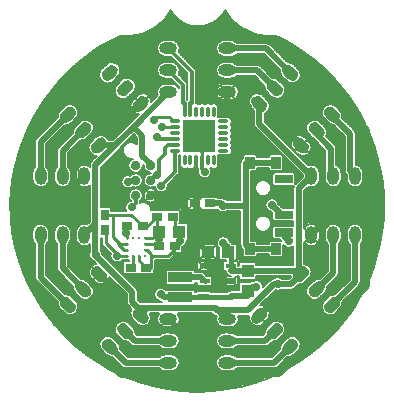
<source format=gtl>
G04 DipTrace 2.4.0.2*
%INcircle.gtl*%
%MOMM*%
%ADD10C,0.25*%
%ADD13C,0.508*%
%ADD14C,0.4*%
%ADD15C,0.254*%
%ADD16C,0.305*%
%ADD17C,0.28*%
%ADD18C,0.152*%
%ADD23O,0.28X1.0*%
%ADD24O,1.0X0.28*%
%ADD25C,0.711*%
%ADD26R,2.7X2.7*%
%ADD28R,0.9X0.4*%
%ADD31O,1.5X1.0*%
%ADD32R,1.0X1.1*%
%ADD33R,1.1X1.0*%
%ADD34R,2.0X0.85*%
%ADD36O,1.0X1.5*%
%ADD39R,0.9X0.7*%
%ADD40R,0.7X0.9*%
%ADD41R,0.275X0.25*%
%ADD42R,0.25X0.275*%
%ADD45C,0.711*%
%FSLAX53Y53*%
G04*
G71*
G90*
G75*
G01*
%LNTop*%
%LPD*%
X30825Y19247D2*
D13*
Y18830D1*
X29390D1*
D14*
Y18777D1*
X27480D1*
D13*
X26688D1*
D14*
X27190D1*
X25280D1*
D13*
Y18722D1*
X25131D1*
X31569Y19609D2*
X31188D1*
X30825Y19247D1*
X33894Y24204D2*
Y23897D1*
X34305Y23486D1*
X22102Y23196D2*
D15*
X23173D1*
X23346Y23023D1*
X23338Y24280D2*
Y23620D1*
Y23032D1*
X23346Y23023D1*
X22102Y23696D2*
X22753D1*
X23338Y24280D1*
X23183Y25550D2*
Y24435D1*
X23338Y24280D1*
X21944Y24714D2*
X22346D1*
X23183Y25550D1*
X23307Y23620D2*
X23338D1*
X25131Y18722D2*
D13*
X23715D1*
X23477Y18961D1*
X18732Y25698D2*
D15*
X19454D1*
X20960D1*
X21944Y24714D1*
X19454Y25698D2*
Y23792D1*
X20045Y23200D1*
X20598D1*
X20602Y23196D1*
X20045Y23200D2*
X19874D1*
X20349Y22726D1*
D10*
X20573D1*
X20602Y22696D1*
X29118Y36094D2*
D13*
X28271D1*
X27571Y36795D1*
Y40222D1*
X28050Y40701D1*
X33086D1*
X36790Y36997D1*
Y35999D1*
X34793Y34002D1*
Y32142D1*
X35364Y31571D1*
X36790Y36997D2*
X40927Y32861D1*
Y27789D1*
X39419Y26281D1*
X38523D1*
X36227Y23985D1*
X40927Y27789D2*
Y19651D1*
X37704Y16428D1*
X35549D1*
X34171Y17807D1*
X32478D1*
X31828Y17156D1*
X37704Y16428D2*
X33500Y12224D1*
X28340D1*
X27003Y13561D1*
Y13991D1*
X24810Y16184D1*
X24118Y16876D1*
X28340Y12224D2*
X28424Y12141D1*
X20119D1*
X17685Y14575D1*
Y16428D1*
X19174Y17917D1*
Y19757D1*
X18238Y20692D1*
X17685Y14575D2*
X12396Y19864D1*
Y25368D1*
X13453Y26425D1*
X14448D1*
X17009Y28985D1*
X12396Y25368D2*
Y32313D1*
X15825Y35743D1*
X17766D1*
X18831Y34678D1*
X21345D1*
X21774Y35107D1*
X29118Y36094D2*
Y35145D1*
X30309Y33954D1*
Y31309D1*
X27484Y28484D1*
X26488D1*
D16*
Y30311D1*
Y28484D2*
D13*
Y27052D1*
Y23523D1*
X27452Y22559D1*
Y21639D1*
D14*
X27190Y21377D1*
X22619Y27340D2*
D13*
X24684D1*
X25777Y28433D1*
X26539D1*
X26488Y28484D1*
X29390Y20077D2*
X28779D1*
X27334Y21521D1*
D14*
X27190Y21377D1*
X26344Y26658D2*
D13*
Y26908D1*
X26488Y27052D1*
X24762Y16136D2*
X24810Y16184D1*
X31828Y35107D2*
Y33384D1*
X36227Y28985D1*
X18238Y31571D2*
X19595D1*
X21177Y33153D1*
X24118Y36094D1*
X19595Y31571D2*
X17920Y29896D1*
Y24896D1*
X17009Y23985D1*
X17920Y24896D2*
Y22322D1*
X21081Y19161D1*
Y18312D1*
X21578Y17816D1*
X21861Y17532D1*
X22149D1*
X21774Y17156D1*
X21578Y17816D2*
X28178D1*
X29118Y16876D1*
X28178Y17816D2*
Y17603D1*
X30830D1*
X33049Y19822D1*
X33370D1*
X34494D1*
X35364Y20692D1*
X35169D1*
Y27928D1*
X36227Y28985D1*
X29390Y21377D2*
D14*
Y22740D1*
D13*
X29266Y22864D1*
Y22444D1*
X29152Y22559D1*
X29390Y21377D2*
D14*
Y21015D1*
D13*
X29458Y20947D1*
X30825D1*
X35109D1*
X35364Y20692D1*
X22619Y29880D2*
Y29984D1*
X21920Y30683D1*
Y32410D1*
X21177Y33153D1*
X26988Y30311D2*
D16*
Y29546D1*
X27183Y29351D1*
X33244Y30104D2*
D13*
X31044D1*
X33244Y22804D2*
X31044D1*
X33370Y19850D2*
Y19822D1*
X33244Y30104D2*
X30685D1*
Y26485D1*
X28768D1*
X27638Y31461D2*
X26738Y32361D1*
X26988Y30311D2*
D15*
Y32111D1*
X26738Y32361D1*
X28788Y23319D2*
D14*
X29266Y22864D1*
X29152Y22559D2*
D13*
Y22955D1*
X28788Y23319D1*
X26738Y32361D2*
X25838D1*
X26988Y30311D2*
D17*
Y31065D1*
D13*
Y32111D1*
X26738Y32361D1*
X30685Y26485D2*
Y23163D1*
X31044Y22804D1*
X21602Y22196D2*
D15*
Y21846D1*
X22064Y21384D1*
X22101D1*
X22261Y21225D1*
X24483Y25550D2*
X24699D1*
Y24619D1*
X25038Y24280D1*
X24646Y23023D2*
X24837D1*
X25036Y23222D1*
X25168Y23354D1*
Y24150D1*
X25038Y24280D1*
X22261Y21225D2*
X22647D1*
Y22069D1*
X22794Y22215D1*
X24078D1*
X24676Y22813D1*
Y22994D1*
X24646Y23023D1*
X22102Y22696D2*
X22313D1*
X22647Y22361D1*
Y22069D1*
X25116Y23515D2*
X25036Y23434D1*
Y23222D1*
X26738Y32361D2*
D13*
X25838Y31461D1*
X27644Y26658D2*
X28595D1*
X28768Y26485D1*
X17965Y22334D2*
X17920D1*
X25131Y20422D2*
X26845D1*
D14*
X27190Y20077D1*
X21349Y27340D2*
D16*
Y26662D1*
X21029Y26342D1*
X24688Y31111D2*
Y29343D1*
X23524Y28179D1*
X24688Y32111D2*
X23282D1*
X23125Y32268D1*
X21349Y28610D2*
X20816D1*
X20707Y28501D1*
X24688Y31611D2*
X24060D1*
X23837Y31388D1*
Y30860D1*
X23337Y30360D1*
Y29394D1*
X22553Y28610D1*
X22619D1*
X23130Y29051D2*
X23337D1*
Y29394D1*
X25488Y34411D2*
Y35165D1*
X25354D1*
Y36708D1*
X24118Y37944D1*
X25988Y34411D2*
Y35165D1*
X26099D1*
Y37814D1*
X24118Y39794D1*
X33894Y25704D2*
D13*
X33711D1*
X32888Y26528D1*
X29118Y39794D2*
X32373D1*
X34444Y37723D1*
X29118Y37944D2*
X31607D1*
X33136Y36415D1*
X37980Y34187D2*
Y34096D1*
X39513Y32563D1*
Y29399D1*
X39927Y28985D1*
X36672Y32879D2*
Y32499D1*
X37860Y31311D1*
Y29202D1*
X38077Y28985D1*
X39927Y23985D2*
Y20023D1*
X37980Y18076D1*
X38077Y23985D2*
Y20789D1*
X36672Y19384D1*
X29118Y15026D2*
X32314D1*
X33136Y15848D1*
X29118Y13176D2*
X33080D1*
X34444Y14540D1*
X24118Y13176D2*
X20522D1*
X19158Y14540D1*
X24118Y15026D2*
X21288D1*
X20466Y15848D1*
X15159Y23985D2*
Y21155D1*
X16930Y19384D1*
X13309Y23985D2*
Y20389D1*
X15622Y18076D1*
X13309Y28985D2*
Y31874D1*
X15622Y34187D1*
X15159Y28985D2*
Y31108D1*
X16930Y32879D1*
X20602Y23696D2*
D15*
Y23958D1*
X20644Y24000D1*
Y24714D1*
X20517Y24148D2*
X20644Y24000D1*
X24688Y33611D2*
X24591D1*
X24193Y34009D1*
X23179D1*
X22911Y33741D1*
X19772Y22227D2*
Y22196D1*
X20602D1*
X24688Y33111D2*
X23600D1*
X23597Y33115D1*
X19772Y22227D2*
Y22346D1*
X18808Y23310D1*
Y24322D1*
X18732Y24398D1*
X21102Y22196D2*
Y21366D1*
X20961Y21225D1*
D45*
X28768Y26485D3*
X21029Y26342D3*
X20707Y28501D3*
X23125Y32268D3*
X23524Y28179D3*
X27183Y29351D3*
X31569Y19609D3*
X33370Y19850D3*
X28788Y23319D3*
X34305Y23486D3*
X32888Y26528D3*
X20517Y24148D3*
X19772Y22227D3*
X23307Y23620D3*
X25116Y23515D3*
X23477Y18961D3*
X23597Y33115D3*
X22911Y33741D3*
X23130Y29051D3*
X17965Y22334D3*
X24762Y16136D3*
X24181Y42787D2*
D18*
X24439D1*
X28796D2*
X29054D1*
X24069Y42638D2*
X24551D1*
X28687D2*
X29166D1*
X23957Y42489D2*
X24677D1*
X28558D2*
X29278D1*
X23848Y42340D2*
X24827D1*
X28408D2*
X29387D1*
X23734Y42191D2*
X25003D1*
X28232D2*
X29501D1*
X23553Y42042D2*
X25218D1*
X28017D2*
X29682D1*
X23372Y41893D2*
X25491D1*
X27744D2*
X29863D1*
X23191Y41744D2*
X25894D1*
X27344D2*
X30044D1*
X23007Y41595D2*
X30225D1*
X22772Y41446D2*
X30463D1*
X22460Y41297D2*
X30775D1*
X22148Y41148D2*
X31087D1*
X21717Y40999D2*
X31518D1*
X20047Y40849D2*
X20169D1*
X20990D2*
X32242D1*
X33056D2*
X33188D1*
X19743Y40700D2*
X33492D1*
X19438Y40551D2*
X33797D1*
X19162Y40402D2*
X23489D1*
X24748D2*
X28487D1*
X29749D2*
X34081D1*
X18897Y40253D2*
X23313D1*
X24924D2*
X28313D1*
X32449D2*
X34340D1*
X18635Y40104D2*
X23215D1*
X25022D2*
X28216D1*
X32732D2*
X34602D1*
X18390Y39955D2*
X23163D1*
X25074D2*
X28163D1*
X32882D2*
X34859D1*
X18159Y39806D2*
X23144D1*
X25091D2*
X28144D1*
X33032D2*
X35083D1*
X17928Y39657D2*
X23158D1*
X25079D2*
X28156D1*
X33180D2*
X35309D1*
X17702Y39508D2*
X23203D1*
X25031D2*
X28204D1*
X33330D2*
X35536D1*
X17497Y39359D2*
X23294D1*
X25079D2*
X28294D1*
X33478D2*
X35750D1*
X17295Y39210D2*
X23451D1*
X25229D2*
X28451D1*
X29784D2*
X32288D1*
X33628D2*
X35947D1*
X17090Y39061D2*
X24325D1*
X25377D2*
X32438D1*
X33778D2*
X36145D1*
X16895Y38912D2*
X24475D1*
X25527D2*
X32585D1*
X33925D2*
X36340D1*
X16716Y38763D2*
X24622D1*
X25677D2*
X32735D1*
X34075D2*
X36533D1*
X16535Y38613D2*
X19207D1*
X19495D2*
X23617D1*
X24617D2*
X24772D1*
X25824D2*
X28618D1*
X29618D2*
X32883D1*
X34223D2*
X36705D1*
X16354Y38464D2*
X18862D1*
X19807D2*
X23370D1*
X25974D2*
X28370D1*
X29865D2*
X33033D1*
X34692D2*
X36879D1*
X16180Y38315D2*
X18695D1*
X19955D2*
X23248D1*
X24986D2*
X25070D1*
X26122D2*
X28249D1*
X31899D2*
X33183D1*
X34871D2*
X37050D1*
X16021Y38166D2*
X18548D1*
X20021D2*
X23179D1*
X25055D2*
X25220D1*
X26272D2*
X28180D1*
X32054D2*
X33330D1*
X35018D2*
X37224D1*
X15861Y38017D2*
X18410D1*
X20074D2*
X23148D1*
X25089D2*
X25368D1*
X26412D2*
X28147D1*
X32204D2*
X33481D1*
X35164D2*
X37381D1*
X15702Y37868D2*
X18314D1*
X20074D2*
X23148D1*
X25089D2*
X25518D1*
X26472D2*
X28147D1*
X32354D2*
X33554D1*
X35256D2*
X37531D1*
X15540Y37719D2*
X18260D1*
X20057D2*
X23179D1*
X25055D2*
X25668D1*
X26474D2*
X28180D1*
X32501D2*
X33571D1*
X35318D2*
X37683D1*
X15397Y37570D2*
X18243D1*
X19995D2*
X23251D1*
X25019D2*
X25722D1*
X26474D2*
X28251D1*
X32651D2*
X33638D1*
X35335D2*
X37836D1*
X15256Y37421D2*
X18245D1*
X19902D2*
X23374D1*
X25167D2*
X25722D1*
X26474D2*
X28375D1*
X29861D2*
X31461D1*
X32799D2*
X33731D1*
X35330D2*
X37986D1*
X15113Y37272D2*
X18298D1*
X19759D2*
X20355D1*
X20900D2*
X23627D1*
X25317D2*
X25722D1*
X26474D2*
X28628D1*
X29608D2*
X31609D1*
X33156D2*
X33878D1*
X35278D2*
X38122D1*
X14971Y37123D2*
X18369D1*
X19612D2*
X20122D1*
X21148D2*
X24413D1*
X25465D2*
X25722D1*
X26474D2*
X31759D1*
X33437D2*
X34026D1*
X35197D2*
X38255D1*
X14835Y36974D2*
X18517D1*
X19443D2*
X19972D1*
X21286D2*
X24563D1*
X25615D2*
X25721D1*
X26474D2*
X31907D1*
X33594D2*
X34207D1*
X35049D2*
X38388D1*
X14709Y36825D2*
X18843D1*
X19040D2*
X19822D1*
X21340D2*
X24710D1*
X26474D2*
X32057D1*
X33744D2*
X38522D1*
X14582Y36676D2*
X19695D1*
X21388D2*
X23446D1*
X26474D2*
X28447D1*
X29789D2*
X32207D1*
X33875D2*
X38655D1*
X14456Y36527D2*
X19603D1*
X21376D2*
X23291D1*
X26474D2*
X28292D1*
X29944D2*
X32252D1*
X33971D2*
X38774D1*
X14330Y36377D2*
X19562D1*
X21359D2*
X23203D1*
X26474D2*
X28204D1*
X30032D2*
X32268D1*
X34013D2*
X38891D1*
X14211Y36228D2*
X19545D1*
X21283D2*
X23155D1*
X26474D2*
X28156D1*
X30080D2*
X32349D1*
X34030D2*
X39007D1*
X14099Y36079D2*
X19564D1*
X21183D2*
X23144D1*
X26474D2*
X28144D1*
X30092D2*
X32454D1*
X34011D2*
X39124D1*
X13987Y35930D2*
X19617D1*
X21036D2*
X21655D1*
X22226D2*
X23163D1*
X26474D2*
X28163D1*
X30072D2*
X31375D1*
X31947D2*
X32602D1*
X33959D2*
X39241D1*
X13875Y35781D2*
X19710D1*
X20886D2*
X21431D1*
X22452D2*
X23134D1*
X26474D2*
X28216D1*
X30020D2*
X31149D1*
X32170D2*
X32752D1*
X33856D2*
X39350D1*
X13763Y35632D2*
X19860D1*
X20697D2*
X21281D1*
X22581D2*
X22986D1*
X26474D2*
X28316D1*
X29920D2*
X31021D1*
X32320D2*
X32952D1*
X33697D2*
X39453D1*
X13656Y35483D2*
X21134D1*
X22633D2*
X22836D1*
X26474D2*
X28494D1*
X29741D2*
X30968D1*
X32470D2*
X39555D1*
X13556Y35334D2*
X21012D1*
X26474D2*
X30930D1*
X32589D2*
X39657D1*
X13458Y35185D2*
X20922D1*
X26474D2*
X30947D1*
X32680D2*
X39760D1*
X13358Y35036D2*
X15557D1*
X16004D2*
X20893D1*
X28267D2*
X30973D1*
X32709D2*
X37600D1*
X38045D2*
X39862D1*
X13261Y34887D2*
X15307D1*
X16276D2*
X20877D1*
X28358D2*
X31064D1*
X32725D2*
X37326D1*
X38295D2*
X39953D1*
X13163Y34738D2*
X15154D1*
X16416D2*
X20912D1*
X28377D2*
X31180D1*
X32692D2*
X37186D1*
X38447D2*
X40041D1*
X13077Y34589D2*
X15004D1*
X16473D2*
X20965D1*
X28377D2*
X31328D1*
X32639D2*
X37129D1*
X38597D2*
X40129D1*
X12989Y34440D2*
X14878D1*
X16518D2*
X21088D1*
X28377D2*
X31349D1*
X32516D2*
X37083D1*
X38726D2*
X40217D1*
X12904Y34291D2*
X14783D1*
X16506D2*
X21300D1*
X28377D2*
X31349D1*
X32306D2*
X37095D1*
X38819D2*
X40308D1*
X12818Y34141D2*
X14745D1*
X16487D2*
X21496D1*
X28377D2*
X31349D1*
X32306D2*
X37114D1*
X38857D2*
X40396D1*
X12730Y33992D2*
X14728D1*
X16404D2*
X21346D1*
X28372D2*
X31349D1*
X32306D2*
X37200D1*
X38876D2*
X40472D1*
X12651Y33843D2*
X14609D1*
X16297D2*
X21198D1*
X29456D2*
X31349D1*
X32306D2*
X37307D1*
X38902D2*
X40548D1*
X12575Y33694D2*
X14459D1*
X16147D2*
X16797D1*
X17407D2*
X21048D1*
X29527D2*
X31349D1*
X32306D2*
X36195D1*
X36804D2*
X37455D1*
X39052D2*
X40624D1*
X12499Y33545D2*
X14309D1*
X15997D2*
X16578D1*
X17619D2*
X20898D1*
X29532D2*
X31349D1*
X32337D2*
X35983D1*
X37023D2*
X37605D1*
X39200D2*
X40700D1*
X12425Y33396D2*
X14161D1*
X15792D2*
X16428D1*
X17740D2*
X20750D1*
X29470D2*
X31349D1*
X32485D2*
X35862D1*
X37173D2*
X37810D1*
X39350D2*
X40777D1*
X12349Y33247D2*
X14011D1*
X15352D2*
X16281D1*
X17792D2*
X20600D1*
X29510D2*
X31371D1*
X32635D2*
X35809D1*
X37321D2*
X38160D1*
X39500D2*
X40853D1*
X12275Y33098D2*
X13864D1*
X15202D2*
X16164D1*
X17828D2*
X20453D1*
X29537D2*
X31449D1*
X32785D2*
X35774D1*
X37438D2*
X38307D1*
X39647D2*
X40917D1*
X12208Y32949D2*
X13714D1*
X15054D2*
X16074D1*
X17811D2*
X20303D1*
X29501D2*
X31592D1*
X32932D2*
X35790D1*
X37528D2*
X38457D1*
X39797D2*
X40984D1*
X12144Y32800D2*
X13564D1*
X14904D2*
X16047D1*
X17783D2*
X20153D1*
X29487D2*
X31742D1*
X33082D2*
X35819D1*
X37554D2*
X38607D1*
X39926D2*
X41048D1*
X12080Y32651D2*
X13416D1*
X14756D2*
X16031D1*
X17690D2*
X20005D1*
X29534D2*
X31892D1*
X33230D2*
X35912D1*
X37569D2*
X38755D1*
X39983D2*
X41112D1*
X12015Y32502D2*
X13266D1*
X14606D2*
X15883D1*
X17571D2*
X19855D1*
X29520D2*
X32040D1*
X33380D2*
X36031D1*
X37531D2*
X38905D1*
X39990D2*
X41177D1*
X11951Y32353D2*
X13118D1*
X14456D2*
X15733D1*
X17421D2*
X18052D1*
X18800D2*
X19707D1*
X21045D2*
X21308D1*
X29449D2*
X32190D1*
X33530D2*
X34802D1*
X35549D2*
X36181D1*
X37488D2*
X39034D1*
X39990D2*
X41241D1*
X11887Y32204D2*
X12968D1*
X14309D2*
X15585D1*
X17273D2*
X17852D1*
X18959D2*
X19557D1*
X20898D2*
X21441D1*
X29525D2*
X32338D1*
X33678D2*
X34643D1*
X35749D2*
X36300D1*
X37638D2*
X39034D1*
X39990D2*
X41298D1*
X11832Y32055D2*
X12868D1*
X14159D2*
X15435D1*
X17047D2*
X17705D1*
X19062D2*
X19407D1*
X20747D2*
X21441D1*
X29532D2*
X32488D1*
X33828D2*
X34540D1*
X35897D2*
X36445D1*
X37785D2*
X39034D1*
X39990D2*
X41351D1*
X11777Y31905D2*
X12833D1*
X14011D2*
X15285D1*
X16626D2*
X17555D1*
X20600D2*
X21441D1*
X29475D2*
X32638D1*
X33975D2*
X34490D1*
X36047D2*
X36595D1*
X37935D2*
X39034D1*
X39990D2*
X41405D1*
X11723Y31756D2*
X12830D1*
X13861D2*
X15138D1*
X16478D2*
X17452D1*
X20450D2*
X20584D1*
X21352D2*
X21441D1*
X29508D2*
X32785D1*
X34125D2*
X34469D1*
X36152D2*
X36743D1*
X38083D2*
X39034D1*
X39990D2*
X41458D1*
X11670Y31607D2*
X12830D1*
X13787D2*
X14988D1*
X16328D2*
X17371D1*
X20300D2*
X20410D1*
X29537D2*
X32935D1*
X34275D2*
X34488D1*
X36230D2*
X36893D1*
X38231D2*
X39034D1*
X39990D2*
X41510D1*
X11615Y31458D2*
X12830D1*
X13787D2*
X14840D1*
X16180D2*
X17352D1*
X20152D2*
X20315D1*
X29506D2*
X33083D1*
X34423D2*
X34531D1*
X36249D2*
X37043D1*
X38314D2*
X39034D1*
X39990D2*
X41565D1*
X11561Y31309D2*
X12830D1*
X13787D2*
X14726D1*
X16030D2*
X17343D1*
X20002D2*
X20262D1*
X29480D2*
X33233D1*
X36259D2*
X37191D1*
X38338D2*
X39034D1*
X39990D2*
X41615D1*
X11518Y31160D2*
X12830D1*
X13787D2*
X14683D1*
X15880D2*
X17390D1*
X19855D2*
X20243D1*
X29534D2*
X33383D1*
X36211D2*
X37341D1*
X38338D2*
X39034D1*
X39990D2*
X41658D1*
X11473Y31011D2*
X12830D1*
X13787D2*
X14681D1*
X15733D2*
X17450D1*
X19705D2*
X20257D1*
X29525D2*
X33531D1*
X36152D2*
X37381D1*
X38338D2*
X39034D1*
X39990D2*
X41701D1*
X11427Y30862D2*
X12830D1*
X13787D2*
X14681D1*
X15637D2*
X17593D1*
X19554D2*
X20305D1*
X29441D2*
X33681D1*
X36009D2*
X37381D1*
X38338D2*
X39034D1*
X39990D2*
X41743D1*
X11382Y30713D2*
X12830D1*
X13787D2*
X14681D1*
X15637D2*
X17886D1*
X19407D2*
X20393D1*
X28375D2*
X30449D1*
X31637D2*
X32649D1*
X35168D2*
X35352D1*
X35716D2*
X37381D1*
X38338D2*
X39034D1*
X39990D2*
X41786D1*
X11339Y30564D2*
X12830D1*
X13787D2*
X14681D1*
X15637D2*
X17917D1*
X19257D2*
X20553D1*
X28377D2*
X30421D1*
X33868D2*
X33978D1*
X35318D2*
X37381D1*
X38338D2*
X39034D1*
X39990D2*
X41829D1*
X11294Y30415D2*
X12830D1*
X13787D2*
X14681D1*
X15637D2*
X17769D1*
X19109D2*
X21005D1*
X28377D2*
X30325D1*
X33868D2*
X34128D1*
X35468D2*
X37381D1*
X38338D2*
X39034D1*
X39990D2*
X41872D1*
X11258Y30266D2*
X12830D1*
X13787D2*
X14681D1*
X15637D2*
X17619D1*
X18959D2*
X20838D1*
X28377D2*
X30235D1*
X33868D2*
X34276D1*
X35616D2*
X37381D1*
X38338D2*
X39034D1*
X39990D2*
X41908D1*
X11222Y30117D2*
X12830D1*
X13787D2*
X14681D1*
X15637D2*
X17498D1*
X18809D2*
X20753D1*
X28377D2*
X30206D1*
X33868D2*
X34426D1*
X35766D2*
X37381D1*
X38338D2*
X39034D1*
X39990D2*
X41941D1*
X11189Y29968D2*
X12830D1*
X13787D2*
X14681D1*
X15637D2*
X17448D1*
X18662D2*
X20712D1*
X28377D2*
X30206D1*
X33868D2*
X34574D1*
X35914D2*
X37381D1*
X38338D2*
X39034D1*
X39990D2*
X41974D1*
X11153Y29819D2*
X12830D1*
X13787D2*
X14681D1*
X15637D2*
X16590D1*
X18511D2*
X20710D1*
X28353D2*
X30206D1*
X33868D2*
X34724D1*
X36645D2*
X37381D1*
X38495D2*
X39034D1*
X40345D2*
X42005D1*
X11118Y29669D2*
X12733D1*
X13885D2*
X14583D1*
X15735D2*
X16433D1*
X18397D2*
X20741D1*
X21955D2*
X22040D1*
X25065D2*
X25225D1*
X28251D2*
X30206D1*
X33868D2*
X34874D1*
X36802D2*
X37381D1*
X38652D2*
X39034D1*
X40502D2*
X42039D1*
X11082Y29520D2*
X12645D1*
X13973D2*
X14495D1*
X15823D2*
X16345D1*
X18397D2*
X20819D1*
X21876D2*
X22122D1*
X25065D2*
X26613D1*
X27736D2*
X30206D1*
X31651D2*
X32638D1*
X33852D2*
X35021D1*
X36890D2*
X37381D1*
X38740D2*
X39034D1*
X40590D2*
X42072D1*
X11053Y29371D2*
X12597D1*
X14020D2*
X14447D1*
X15871D2*
X16297D1*
X18397D2*
X20967D1*
X21729D2*
X22281D1*
X25065D2*
X26603D1*
X27763D2*
X30206D1*
X31163D2*
X35171D1*
X36938D2*
X37367D1*
X38788D2*
X39036D1*
X40638D2*
X42103D1*
X11030Y29222D2*
X12585D1*
X14032D2*
X14435D1*
X15883D2*
X16286D1*
X18397D2*
X22577D1*
X25043D2*
X26618D1*
X27748D2*
X30206D1*
X31163D2*
X32966D1*
X34823D2*
X35319D1*
X36952D2*
X37352D1*
X38802D2*
X39069D1*
X40650D2*
X42127D1*
X11003Y29073D2*
X12585D1*
X14032D2*
X14435D1*
X15883D2*
X16286D1*
X18397D2*
X20948D1*
X21750D2*
X22217D1*
X24943D2*
X26677D1*
X27689D2*
X30206D1*
X31163D2*
X32895D1*
X34892D2*
X35469D1*
X36952D2*
X37352D1*
X38802D2*
X39169D1*
X40650D2*
X42151D1*
X10977Y28924D2*
X12585D1*
X14032D2*
X14435D1*
X15883D2*
X16286D1*
X18397D2*
X20317D1*
X21879D2*
X22089D1*
X24796D2*
X26799D1*
X27567D2*
X30206D1*
X31163D2*
X32895D1*
X34894D2*
X35495D1*
X36952D2*
X37352D1*
X38802D2*
X39203D1*
X40650D2*
X42172D1*
X10951Y28775D2*
X12585D1*
X14032D2*
X14435D1*
X15883D2*
X16286D1*
X18397D2*
X20198D1*
X21943D2*
X22024D1*
X24646D2*
X30206D1*
X31163D2*
X32895D1*
X34894D2*
X35347D1*
X36952D2*
X37352D1*
X38802D2*
X39203D1*
X40650D2*
X42196D1*
X10925Y28626D2*
X12592D1*
X14025D2*
X14442D1*
X15875D2*
X16293D1*
X18397D2*
X20141D1*
X24498D2*
X30206D1*
X31163D2*
X31999D1*
X32287D2*
X32895D1*
X34894D2*
X35197D1*
X36942D2*
X37362D1*
X38793D2*
X39212D1*
X40643D2*
X42217D1*
X10903Y28477D2*
X12633D1*
X13985D2*
X14483D1*
X15835D2*
X16333D1*
X18397D2*
X20129D1*
X24348D2*
X30206D1*
X31163D2*
X31687D1*
X32601D2*
X32895D1*
X34894D2*
X35047D1*
X36902D2*
X37402D1*
X38752D2*
X39250D1*
X40602D2*
X42241D1*
X10887Y28328D2*
X12714D1*
X13904D2*
X14564D1*
X15754D2*
X16414D1*
X18397D2*
X20155D1*
X21895D2*
X22072D1*
X24198D2*
X30206D1*
X31163D2*
X31556D1*
X32732D2*
X32895D1*
X36823D2*
X37481D1*
X38671D2*
X39331D1*
X40521D2*
X42260D1*
X10868Y28179D2*
X12854D1*
X13763D2*
X14704D1*
X15614D2*
X16555D1*
X18397D2*
X20229D1*
X21783D2*
X22184D1*
X24103D2*
X30206D1*
X31163D2*
X31483D1*
X32806D2*
X32973D1*
X36680D2*
X37622D1*
X38531D2*
X39472D1*
X40381D2*
X42274D1*
X10851Y28030D2*
X13223D1*
X13394D2*
X15073D1*
X15246D2*
X16924D1*
X17095D2*
X17443D1*
X18397D2*
X20381D1*
X21033D2*
X21177D1*
X21519D2*
X22448D1*
X22791D2*
X22965D1*
X24084D2*
X30206D1*
X31163D2*
X31449D1*
X32839D2*
X34702D1*
X35942D2*
X36143D1*
X36311D2*
X37991D1*
X38162D2*
X39841D1*
X40011D2*
X42286D1*
X10834Y27881D2*
X17443D1*
X18397D2*
X21069D1*
X21629D2*
X22339D1*
X22898D2*
X23029D1*
X24019D2*
X30206D1*
X31163D2*
X31447D1*
X32839D2*
X34690D1*
X35792D2*
X42301D1*
X10818Y27732D2*
X17443D1*
X18397D2*
X20874D1*
X21821D2*
X22146D1*
X23884D2*
X30206D1*
X31163D2*
X31480D1*
X32806D2*
X34690D1*
X35647D2*
X42313D1*
X10801Y27583D2*
X17443D1*
X18397D2*
X20784D1*
X21914D2*
X22053D1*
X23184D2*
X30206D1*
X31163D2*
X31554D1*
X32735D2*
X34690D1*
X35647D2*
X42324D1*
X10794Y27433D2*
X17443D1*
X18397D2*
X20738D1*
X23229D2*
X30206D1*
X31163D2*
X31685D1*
X32604D2*
X34690D1*
X35647D2*
X42339D1*
X10787Y27284D2*
X17443D1*
X18397D2*
X20734D1*
X23234D2*
X30206D1*
X31163D2*
X31985D1*
X32301D2*
X34690D1*
X35647D2*
X42348D1*
X10777Y27135D2*
X17443D1*
X18397D2*
X20767D1*
X21931D2*
X22036D1*
X23200D2*
X25670D1*
X28317D2*
X30206D1*
X31163D2*
X34690D1*
X35647D2*
X42351D1*
X10770Y26986D2*
X17443D1*
X18397D2*
X20848D1*
X21850D2*
X22117D1*
X23119D2*
X25670D1*
X29044D2*
X30206D1*
X31163D2*
X32542D1*
X33232D2*
X34690D1*
X35647D2*
X42353D1*
X10761Y26837D2*
X17443D1*
X18397D2*
X20741D1*
X21726D2*
X22274D1*
X22964D2*
X25670D1*
X31163D2*
X32399D1*
X33375D2*
X34690D1*
X35647D2*
X42358D1*
X10753Y26688D2*
X17443D1*
X18397D2*
X20567D1*
X22348D2*
X25670D1*
X31163D2*
X32330D1*
X33444D2*
X34690D1*
X35647D2*
X42360D1*
X10756Y26539D2*
X17443D1*
X18397D2*
X20484D1*
X22531D2*
X25670D1*
X31163D2*
X32309D1*
X33547D2*
X34690D1*
X35647D2*
X42365D1*
X10763Y26390D2*
X17443D1*
X18397D2*
X20450D1*
X22631D2*
X25670D1*
X31163D2*
X32326D1*
X33694D2*
X34690D1*
X35647D2*
X42367D1*
X10768Y26241D2*
X17443D1*
X19307D2*
X20457D1*
X22688D2*
X25670D1*
X31163D2*
X32385D1*
X35647D2*
X42365D1*
X10772Y26092D2*
X17443D1*
X19307D2*
X20507D1*
X25158D2*
X28349D1*
X31163D2*
X32514D1*
X35647D2*
X42358D1*
X10777Y25943D2*
X17443D1*
X25158D2*
X28597D1*
X28941D2*
X30206D1*
X31163D2*
X32802D1*
X35647D2*
X42353D1*
X10784Y25794D2*
X17443D1*
X25158D2*
X30206D1*
X31163D2*
X32919D1*
X35647D2*
X42346D1*
X10789Y25645D2*
X17443D1*
X25158D2*
X30206D1*
X31163D2*
X32919D1*
X35647D2*
X42339D1*
X10794Y25496D2*
X17443D1*
X25158D2*
X30206D1*
X31163D2*
X31711D1*
X32578D2*
X32919D1*
X35647D2*
X42334D1*
X10806Y25347D2*
X17443D1*
X25158D2*
X30206D1*
X31163D2*
X31568D1*
X32720D2*
X32919D1*
X35647D2*
X42327D1*
X10822Y25197D2*
X17443D1*
X25158D2*
X30206D1*
X31163D2*
X31490D1*
X32799D2*
X32990D1*
X35647D2*
X42315D1*
X10839Y25048D2*
X17402D1*
X25158D2*
X30206D1*
X31163D2*
X31452D1*
X32837D2*
X34690D1*
X35647D2*
X42298D1*
X10856Y24899D2*
X13045D1*
X13573D2*
X14895D1*
X15423D2*
X16745D1*
X25812D2*
X30206D1*
X31163D2*
X31447D1*
X32842D2*
X34690D1*
X35647D2*
X35964D1*
X36490D2*
X37814D1*
X38340D2*
X39662D1*
X40190D2*
X42282D1*
X10875Y24750D2*
X12807D1*
X13811D2*
X14657D1*
X15661D2*
X16507D1*
X25812D2*
X30206D1*
X31163D2*
X31476D1*
X32813D2*
X33057D1*
X35647D2*
X35724D1*
X36728D2*
X37574D1*
X38578D2*
X39424D1*
X40429D2*
X42265D1*
X10891Y24601D2*
X12687D1*
X13932D2*
X14535D1*
X15780D2*
X16386D1*
X25812D2*
X30206D1*
X31163D2*
X31542D1*
X32747D2*
X32926D1*
X36850D2*
X37455D1*
X38700D2*
X39305D1*
X40550D2*
X42251D1*
X10908Y24452D2*
X12618D1*
X13999D2*
X14469D1*
X15849D2*
X16319D1*
X25812D2*
X30206D1*
X31163D2*
X31664D1*
X32625D2*
X32919D1*
X36916D2*
X37386D1*
X38766D2*
X39236D1*
X40617D2*
X42234D1*
X10925Y24303D2*
X12587D1*
X14030D2*
X14438D1*
X15880D2*
X16288D1*
X25812D2*
X30206D1*
X31163D2*
X31916D1*
X32370D2*
X32919D1*
X36947D2*
X37355D1*
X38797D2*
X39205D1*
X40648D2*
X42217D1*
X10946Y24154D2*
X12585D1*
X14032D2*
X14435D1*
X15883D2*
X16286D1*
X25812D2*
X30206D1*
X31163D2*
X32919D1*
X36952D2*
X37352D1*
X38802D2*
X39203D1*
X40650D2*
X42194D1*
X10975Y24005D2*
X12585D1*
X14032D2*
X14435D1*
X15883D2*
X16286D1*
X25812D2*
X30206D1*
X31163D2*
X32919D1*
X36952D2*
X37352D1*
X38802D2*
X39203D1*
X40650D2*
X42167D1*
X11003Y23856D2*
X12585D1*
X14032D2*
X14435D1*
X15883D2*
X16286D1*
X25812D2*
X28599D1*
X28977D2*
X30206D1*
X31163D2*
X32919D1*
X36952D2*
X37352D1*
X38802D2*
X39203D1*
X40650D2*
X42141D1*
X11032Y23707D2*
X12585D1*
X14032D2*
X14435D1*
X15883D2*
X16286D1*
X25812D2*
X28363D1*
X29213D2*
X30206D1*
X31163D2*
X32980D1*
X36950D2*
X37352D1*
X38800D2*
X39203D1*
X40650D2*
X42115D1*
X11061Y23558D2*
X12606D1*
X14011D2*
X14457D1*
X15861D2*
X16307D1*
X25693D2*
X28261D1*
X29315D2*
X30206D1*
X31163D2*
X33564D1*
X36928D2*
X37376D1*
X38778D2*
X39224D1*
X40629D2*
X42091D1*
X11092Y23409D2*
X12664D1*
X13954D2*
X14514D1*
X15804D2*
X16364D1*
X25686D2*
X28216D1*
X29368D2*
X30206D1*
X31639D2*
X32647D1*
X36871D2*
X37433D1*
X38721D2*
X39281D1*
X40571D2*
X42065D1*
X11120Y23260D2*
X12768D1*
X13849D2*
X14619D1*
X15699D2*
X16469D1*
X25636D2*
X26677D1*
X29927D2*
X30206D1*
X36769D2*
X37536D1*
X38619D2*
X39386D1*
X40467D2*
X42036D1*
X11149Y23111D2*
X12830D1*
X13787D2*
X14681D1*
X15637D2*
X16659D1*
X17359D2*
X17443D1*
X18397D2*
X18522D1*
X25527D2*
X26677D1*
X29927D2*
X30209D1*
X35647D2*
X35876D1*
X36578D2*
X37598D1*
X38554D2*
X39448D1*
X40405D2*
X42001D1*
X11180Y22961D2*
X12830D1*
X13787D2*
X14681D1*
X15637D2*
X17443D1*
X18397D2*
X18667D1*
X25319D2*
X26677D1*
X28227D2*
X28335D1*
X29927D2*
X30252D1*
X33868D2*
X34081D1*
X34530D2*
X34690D1*
X35647D2*
X37598D1*
X38554D2*
X39448D1*
X40405D2*
X41965D1*
X11220Y22812D2*
X12830D1*
X13787D2*
X14681D1*
X15637D2*
X17443D1*
X18397D2*
X18814D1*
X25319D2*
X26677D1*
X28227D2*
X28377D1*
X29927D2*
X30366D1*
X33868D2*
X34690D1*
X35647D2*
X37598D1*
X38554D2*
X39448D1*
X40405D2*
X41929D1*
X11261Y22663D2*
X12830D1*
X13787D2*
X14681D1*
X15637D2*
X17443D1*
X18438D2*
X18964D1*
X25319D2*
X26677D1*
X28227D2*
X28377D1*
X29927D2*
X30421D1*
X33868D2*
X34690D1*
X35647D2*
X37598D1*
X38554D2*
X39448D1*
X40405D2*
X41893D1*
X11303Y22514D2*
X12830D1*
X13787D2*
X14681D1*
X15637D2*
X17414D1*
X18516D2*
X19114D1*
X25319D2*
X26677D1*
X28227D2*
X28377D1*
X29927D2*
X30421D1*
X33868D2*
X34690D1*
X35647D2*
X37598D1*
X38554D2*
X39448D1*
X40405D2*
X41858D1*
X11344Y22365D2*
X12830D1*
X13787D2*
X14681D1*
X15637D2*
X17386D1*
X18547D2*
X19210D1*
X24719D2*
X26677D1*
X28227D2*
X28377D1*
X29927D2*
X30421D1*
X33868D2*
X34690D1*
X35647D2*
X37598D1*
X38554D2*
X39448D1*
X40405D2*
X41822D1*
X11387Y22216D2*
X12830D1*
X13787D2*
X14681D1*
X15637D2*
X17398D1*
X18695D2*
X19193D1*
X24569D2*
X26677D1*
X28227D2*
X28377D1*
X29927D2*
X30440D1*
X31649D2*
X32640D1*
X33849D2*
X34690D1*
X35647D2*
X37598D1*
X38554D2*
X39448D1*
X40405D2*
X41782D1*
X11427Y22067D2*
X12830D1*
X13787D2*
X14681D1*
X15637D2*
X17452D1*
X18845D2*
X19217D1*
X24419D2*
X26677D1*
X28227D2*
X28377D1*
X29927D2*
X34690D1*
X35647D2*
X37598D1*
X38554D2*
X39448D1*
X40405D2*
X41734D1*
X11468Y21918D2*
X12830D1*
X13787D2*
X14681D1*
X15637D2*
X17569D1*
X18995D2*
X19286D1*
X24250D2*
X26677D1*
X28227D2*
X28377D1*
X29927D2*
X34690D1*
X35647D2*
X37598D1*
X38554D2*
X39448D1*
X40405D2*
X41689D1*
X11511Y21769D2*
X12830D1*
X13787D2*
X14681D1*
X15637D2*
X17802D1*
X19143D2*
X19429D1*
X20116D2*
X20286D1*
X22998D2*
X26515D1*
X27865D2*
X28716D1*
X30063D2*
X34690D1*
X35647D2*
X37598D1*
X38554D2*
X39448D1*
X40405D2*
X41643D1*
X11565Y21620D2*
X12830D1*
X13787D2*
X14681D1*
X15637D2*
X17952D1*
X19293D2*
X20286D1*
X22998D2*
X26515D1*
X27865D2*
X28716D1*
X31549D2*
X34690D1*
X35647D2*
X37598D1*
X38554D2*
X39448D1*
X40405D2*
X41596D1*
X11618Y21471D2*
X12830D1*
X13787D2*
X14681D1*
X15637D2*
X17671D1*
X19440D2*
X20286D1*
X22998D2*
X26515D1*
X27865D2*
X28716D1*
X31549D2*
X34690D1*
X35930D2*
X37598D1*
X38554D2*
X39448D1*
X40405D2*
X41551D1*
X11673Y21322D2*
X12830D1*
X13787D2*
X14681D1*
X15661D2*
X17514D1*
X19590D2*
X20286D1*
X22998D2*
X26515D1*
X27865D2*
X28716D1*
X36088D2*
X37598D1*
X38554D2*
X39448D1*
X40405D2*
X41503D1*
X11727Y21173D2*
X12830D1*
X13787D2*
X14681D1*
X15811D2*
X17414D1*
X19740D2*
X20286D1*
X22995D2*
X26515D1*
X27865D2*
X28716D1*
X36188D2*
X37598D1*
X38554D2*
X39448D1*
X40405D2*
X41448D1*
X11782Y21024D2*
X12830D1*
X13787D2*
X14700D1*
X15961D2*
X17362D1*
X19888D2*
X20286D1*
X22936D2*
X23908D1*
X26355D2*
X26515D1*
X27865D2*
X28716D1*
X36240D2*
X37598D1*
X38554D2*
X39448D1*
X40405D2*
X41391D1*
X11837Y20875D2*
X12830D1*
X13787D2*
X14776D1*
X16109D2*
X17345D1*
X20038D2*
X20286D1*
X22936D2*
X23908D1*
X26958D2*
X28932D1*
X36257D2*
X37493D1*
X38554D2*
X39448D1*
X40405D2*
X41334D1*
X11889Y20725D2*
X12830D1*
X13787D2*
X14919D1*
X16259D2*
X17362D1*
X20186D2*
X20286D1*
X22936D2*
X23908D1*
X27210D2*
X29013D1*
X36240D2*
X37343D1*
X38550D2*
X39448D1*
X40405D2*
X41277D1*
X11946Y20576D2*
X12830D1*
X13792D2*
X15069D1*
X16406D2*
X17407D1*
X20336D2*
X23908D1*
X27296D2*
X29166D1*
X36195D2*
X37195D1*
X38504D2*
X39448D1*
X40405D2*
X41220D1*
X12015Y20427D2*
X12830D1*
X13939D2*
X15216D1*
X16556D2*
X17502D1*
X20486D2*
X23908D1*
X27865D2*
X28716D1*
X31549D2*
X34428D1*
X36102D2*
X37045D1*
X38385D2*
X39448D1*
X40405D2*
X41162D1*
X12082Y20278D2*
X12845D1*
X14090D2*
X15366D1*
X16707D2*
X17633D1*
X19085D2*
X19293D1*
X20633D2*
X23908D1*
X27865D2*
X28716D1*
X31549D2*
X32954D1*
X35968D2*
X36895D1*
X38235D2*
X39448D1*
X40405D2*
X41098D1*
X12151Y20129D2*
X12911D1*
X14240D2*
X15514D1*
X17173D2*
X17783D1*
X19026D2*
X19443D1*
X20783D2*
X23908D1*
X27865D2*
X28716D1*
X30063D2*
X31333D1*
X31804D2*
X32685D1*
X35818D2*
X36429D1*
X38088D2*
X39365D1*
X40405D2*
X41031D1*
X12218Y19980D2*
X13047D1*
X14387D2*
X15664D1*
X17352D2*
X17943D1*
X18881D2*
X19591D1*
X20931D2*
X23908D1*
X27865D2*
X28716D1*
X32008D2*
X32538D1*
X35659D2*
X36250D1*
X37938D2*
X39215D1*
X40402D2*
X40962D1*
X12287Y19831D2*
X13197D1*
X14537D2*
X15814D1*
X17502D2*
X18252D1*
X18583D2*
X19741D1*
X21081D2*
X23908D1*
X26355D2*
X26515D1*
X27865D2*
X28716D1*
X32104D2*
X32388D1*
X35352D2*
X36102D1*
X37790D2*
X39065D1*
X40364D2*
X40896D1*
X12354Y19682D2*
X13345D1*
X14685D2*
X15962D1*
X17645D2*
X19891D1*
X21231D2*
X26515D1*
X27865D2*
X28716D1*
X32144D2*
X32240D1*
X35023D2*
X35957D1*
X37640D2*
X38917D1*
X40257D2*
X40827D1*
X12423Y19533D2*
X13495D1*
X14835D2*
X16040D1*
X17740D2*
X20038D1*
X21379D2*
X30102D1*
X34875D2*
X35862D1*
X37561D2*
X38767D1*
X40107D2*
X40758D1*
X12499Y19384D2*
X13645D1*
X14985D2*
X16057D1*
X17804D2*
X20188D1*
X21502D2*
X23089D1*
X23865D2*
X30102D1*
X34659D2*
X35800D1*
X37545D2*
X38619D1*
X39957D2*
X40686D1*
X12582Y19235D2*
X13792D1*
X15133D2*
X16121D1*
X17821D2*
X20336D1*
X21552D2*
X22967D1*
X26355D2*
X26606D1*
X27563D2*
X29151D1*
X33132D2*
X35783D1*
X37481D2*
X38469D1*
X39809D2*
X40605D1*
X12663Y19086D2*
X13942D1*
X15283D2*
X16214D1*
X17819D2*
X20486D1*
X21559D2*
X22910D1*
X32982D2*
X35786D1*
X37388D2*
X38319D1*
X39659D2*
X40527D1*
X12746Y18937D2*
X14090D1*
X15609D2*
X16359D1*
X17766D2*
X20603D1*
X21559D2*
X22898D1*
X32835D2*
X35836D1*
X37242D2*
X37995D1*
X39512D2*
X40446D1*
X12830Y18788D2*
X14240D1*
X15918D2*
X16509D1*
X17688D2*
X20603D1*
X21559D2*
X22924D1*
X32685D2*
X35914D1*
X37092D2*
X37683D1*
X39362D2*
X40365D1*
X12911Y18639D2*
X14390D1*
X16078D2*
X16688D1*
X17538D2*
X20603D1*
X21559D2*
X22998D1*
X32535D2*
X36064D1*
X36914D2*
X37524D1*
X39212D2*
X40286D1*
X12994Y18489D2*
X14538D1*
X16225D2*
X20603D1*
X21574D2*
X23151D1*
X32387D2*
X37376D1*
X39064D2*
X40200D1*
X13082Y18340D2*
X14688D1*
X16359D2*
X20603D1*
X21724D2*
X23439D1*
X32237D2*
X37243D1*
X38914D2*
X40108D1*
X13180Y18191D2*
X14735D1*
X16452D2*
X20619D1*
X32089D2*
X37150D1*
X38866D2*
X40015D1*
X13278Y18042D2*
X14754D1*
X16499D2*
X20688D1*
X31939D2*
X37102D1*
X38847D2*
X39922D1*
X13378Y17893D2*
X14833D1*
X16516D2*
X20829D1*
X32444D2*
X37086D1*
X38769D2*
X39829D1*
X13475Y17744D2*
X14935D1*
X16497D2*
X20979D1*
X32594D2*
X37105D1*
X38666D2*
X39736D1*
X13575Y17595D2*
X15085D1*
X16445D2*
X20936D1*
X32666D2*
X37157D1*
X38516D2*
X39636D1*
X13673Y17446D2*
X15233D1*
X16347D2*
X20884D1*
X32718D2*
X37255D1*
X38369D2*
X39529D1*
X13778Y17297D2*
X15433D1*
X16190D2*
X20886D1*
X22588D2*
X23282D1*
X24953D2*
X27816D1*
X32718D2*
X37414D1*
X38169D2*
X39422D1*
X13894Y17148D2*
X20903D1*
X22648D2*
X23198D1*
X25039D2*
X28075D1*
X32699D2*
X39315D1*
X14011Y16999D2*
X20969D1*
X22664D2*
X23155D1*
X25081D2*
X28154D1*
X30082D2*
X30937D1*
X32632D2*
X39207D1*
X14125Y16850D2*
X21065D1*
X22657D2*
X23144D1*
X25091D2*
X28144D1*
X30092D2*
X30944D1*
X32537D2*
X39100D1*
X14242Y16701D2*
X20096D1*
X20517D2*
X21212D1*
X22607D2*
X23165D1*
X25069D2*
X28166D1*
X30070D2*
X30997D1*
X32389D2*
X33085D1*
X33506D2*
X38979D1*
X14359Y16552D2*
X19815D1*
X20776D2*
X21360D1*
X22524D2*
X23222D1*
X25012D2*
X28223D1*
X30013D2*
X31080D1*
X32242D2*
X32828D1*
X33787D2*
X38857D1*
X14475Y16403D2*
X19674D1*
X20928D2*
X21546D1*
X22374D2*
X23324D1*
X24910D2*
X28325D1*
X29911D2*
X31228D1*
X32056D2*
X32673D1*
X33928D2*
X38734D1*
X14606Y16253D2*
X19617D1*
X21078D2*
X23513D1*
X24722D2*
X28513D1*
X29722D2*
X32523D1*
X33987D2*
X38612D1*
X14742Y16104D2*
X19569D1*
X21209D2*
X32395D1*
X34032D2*
X38491D1*
X14880Y15955D2*
X19581D1*
X21302D2*
X32299D1*
X34021D2*
X38355D1*
X15016Y15806D2*
X19600D1*
X21343D2*
X32259D1*
X34002D2*
X38217D1*
X15152Y15657D2*
X19684D1*
X21359D2*
X23529D1*
X24705D2*
X28530D1*
X29706D2*
X32242D1*
X33921D2*
X38079D1*
X15290Y15508D2*
X19788D1*
X21476D2*
X23332D1*
X24903D2*
X28332D1*
X29903D2*
X32126D1*
X33813D2*
X37938D1*
X15437Y15359D2*
X18693D1*
X19283D2*
X19936D1*
X25010D2*
X28227D1*
X33666D2*
X34319D1*
X34909D2*
X37800D1*
X15597Y15210D2*
X18474D1*
X19504D2*
X20086D1*
X25067D2*
X28168D1*
X33516D2*
X34097D1*
X35128D2*
X37643D1*
X15756Y15061D2*
X18348D1*
X19654D2*
X20291D1*
X25091D2*
X28144D1*
X33311D2*
X33947D1*
X35254D2*
X37479D1*
X15918Y14912D2*
X18295D1*
X19805D2*
X20731D1*
X25084D2*
X28154D1*
X32870D2*
X33797D1*
X35306D2*
X37317D1*
X16078Y14763D2*
X18260D1*
X19921D2*
X20881D1*
X25041D2*
X28194D1*
X32720D2*
X33681D1*
X35342D2*
X37152D1*
X16237Y14614D2*
X18276D1*
X20012D2*
X21062D1*
X24960D2*
X28275D1*
X32539D2*
X33590D1*
X35326D2*
X36990D1*
X16418Y14465D2*
X18305D1*
X20040D2*
X23420D1*
X24817D2*
X28420D1*
X29815D2*
X33564D1*
X35299D2*
X36824D1*
X16606Y14316D2*
X18395D1*
X20055D2*
X33547D1*
X35206D2*
X36633D1*
X16795Y14167D2*
X18514D1*
X20202D2*
X33402D1*
X35090D2*
X36440D1*
X16983Y14017D2*
X18662D1*
X20350D2*
X33252D1*
X34940D2*
X36250D1*
X17168Y13868D2*
X18812D1*
X20500D2*
X23701D1*
X24536D2*
X28701D1*
X29534D2*
X33102D1*
X34790D2*
X36059D1*
X17378Y13719D2*
X19036D1*
X20647D2*
X23398D1*
X24838D2*
X28397D1*
X29839D2*
X32954D1*
X34566D2*
X35867D1*
X17597Y13570D2*
X19457D1*
X24972D2*
X28263D1*
X34144D2*
X35643D1*
X17819Y13421D2*
X19607D1*
X25048D2*
X28187D1*
X33994D2*
X35416D1*
X18040Y13272D2*
X19755D1*
X25086D2*
X28151D1*
X33847D2*
X35190D1*
X18261Y13123D2*
X19905D1*
X25091D2*
X28147D1*
X33697D2*
X34964D1*
X18521Y12974D2*
X20053D1*
X25062D2*
X28173D1*
X33549D2*
X34721D1*
X18785Y12825D2*
X20205D1*
X24998D2*
X28237D1*
X33397D2*
X34452D1*
X19047Y12676D2*
X23351D1*
X24886D2*
X28349D1*
X29887D2*
X34183D1*
X19312Y12527D2*
X23567D1*
X24667D2*
X28568D1*
X29668D2*
X33914D1*
X19621Y12378D2*
X33623D1*
X19940Y12229D2*
X33295D1*
X20259Y12080D2*
X32966D1*
X20602Y11931D2*
X32640D1*
X21000Y11781D2*
X32238D1*
X21400Y11632D2*
X31828D1*
X21840Y11483D2*
X31411D1*
X22360Y11334D2*
X30873D1*
X22891Y11185D2*
X30333D1*
X23622Y11036D2*
X29609D1*
X24536Y10887D2*
X28718D1*
X28354Y30746D2*
X28362Y30671D1*
X28360Y29951D1*
X28355Y29875D1*
X28332Y29803D1*
X28295Y29736D1*
X28245Y29679D1*
X28185Y29632D1*
X28116Y29599D1*
X28043Y29580D1*
X27967Y29577D1*
X27891Y29589D1*
X27820Y29616D1*
X27756Y29656D1*
X27736Y29671D1*
X27674Y29627D1*
X27714Y29543D1*
X27735Y29470D1*
X27748Y29351D1*
X27743Y29275D1*
X27728Y29200D1*
X27702Y29128D1*
X27668Y29061D1*
X27624Y28998D1*
X27573Y28942D1*
X27514Y28893D1*
X27450Y28853D1*
X27380Y28821D1*
X27307Y28800D1*
X27232Y28788D1*
X27156Y28786D1*
X27080Y28795D1*
X27007Y28814D1*
X26936Y28843D1*
X26870Y28881D1*
X26810Y28927D1*
X26756Y28981D1*
X26710Y29042D1*
X26673Y29108D1*
X26645Y29179D1*
X26627Y29253D1*
X26619Y29329D1*
X26621Y29405D1*
X26633Y29477D1*
X26626Y29630D1*
X26563Y29610D1*
X26488Y29602D1*
X26412Y29610D1*
X26340Y29634D1*
X26275Y29674D1*
X26256Y29691D1*
X26185Y29632D1*
X26116Y29599D1*
X26043Y29580D1*
X25967Y29577D1*
X25891Y29589D1*
X25820Y29616D1*
X25756Y29656D1*
X25736Y29671D1*
X25685Y29632D1*
X25616Y29599D1*
X25543Y29580D1*
X25467Y29577D1*
X25391Y29589D1*
X25320Y29616D1*
X25256Y29656D1*
X25201Y29709D1*
X25158Y29772D1*
X25129Y29842D1*
X25114Y29917D1*
X25113Y30103D1*
X25115Y30713D1*
X25128Y30771D1*
X25051Y30763D1*
X25049Y30120D1*
Y29343D1*
X25041Y29267D1*
X25018Y29195D1*
X24987Y29141D1*
X24889Y29033D1*
X24086Y28230D1*
X24089Y28179D1*
X24084Y28103D1*
X24068Y28028D1*
X24043Y27957D1*
X24008Y27889D1*
X23965Y27826D1*
X23914Y27770D1*
X23855Y27721D1*
X23791Y27681D1*
X23721Y27650D1*
X23648Y27628D1*
X23573Y27616D1*
X23497Y27615D1*
X23421Y27624D1*
X23347Y27642D1*
X23277Y27671D1*
X23211Y27709D1*
X23150Y27755D1*
X23097Y27809D1*
X23051Y27870D1*
X23014Y27937D1*
X22986Y28007D1*
X22964Y28117D1*
X22894Y28076D1*
X22799Y28036D1*
X22696Y28013D1*
X22591Y28009D1*
X22487Y28023D1*
X22387Y28055D1*
X22294Y28103D1*
X22211Y28167D1*
X22140Y28245D1*
X22084Y28333D1*
X22044Y28430D1*
X22022Y28533D1*
X22017Y28638D1*
X22022Y28697D1*
X22041Y28777D1*
X22059Y28833D1*
X22113Y28936D1*
X22176Y29018D1*
X22253Y29088D1*
X22342Y29145D1*
X22439Y29185D1*
X22541Y29207D1*
X22588Y29211D1*
X22613Y29276D1*
X22487Y29293D1*
X22387Y29325D1*
X22294Y29373D1*
X22211Y29437D1*
X22140Y29515D1*
X22084Y29603D1*
X22044Y29700D1*
X22022Y29803D1*
X22017Y29908D1*
X22019Y29928D1*
X21974Y29923D1*
X21976Y29860D1*
X21961Y29745D1*
X21928Y29641D1*
X21878Y29544D1*
X21812Y29457D1*
X21731Y29383D1*
X21639Y29324D1*
X21538Y29282D1*
X21431Y29258D1*
X21322Y29254D1*
X21214Y29268D1*
X21109Y29300D1*
X21012Y29351D1*
X20925Y29417D1*
X20851Y29498D1*
X20793Y29590D1*
X20751Y29691D1*
X20727Y29798D1*
X20722Y29905D1*
X20736Y30015D1*
X20769Y30120D1*
X20819Y30217D1*
X20886Y30304D1*
X20966Y30378D1*
X21058Y30436D1*
X21090Y30452D1*
X21016Y30442D1*
X20939Y30441D1*
X20864Y30448D1*
X20789Y30463D1*
X20716Y30487D1*
X20647Y30517D1*
X20581Y30555D1*
X20519Y30600D1*
X20463Y30652D1*
X20412Y30708D1*
X20368Y30771D1*
X20331Y30837D1*
X20301Y30907D1*
X20279Y30980D1*
X20264Y31055D1*
X20258Y31131D1*
X20260Y31207D1*
X20270Y31282D1*
X20288Y31356D1*
X20314Y31428D1*
X20348Y31496D1*
X20389Y31561D1*
X20436Y31620D1*
X20489Y31675D1*
X20548Y31723D1*
X20612Y31764D1*
X20680Y31799D1*
X20751Y31826D1*
X20825Y31845D1*
X20900Y31857D1*
X20976Y31860D1*
X21052Y31855D1*
X21127Y31842D1*
X21200Y31821D1*
X21271Y31792D1*
X21338Y31756D1*
X21401Y31713D1*
X21457Y31664D1*
Y32219D1*
X21176Y32499D1*
X18382Y29703D1*
X18383Y29058D1*
Y26356D1*
X18935Y26357D1*
X19291D1*
Y26036D1*
X19987Y26034D1*
X20556D1*
X20519Y26100D1*
X20491Y26171D1*
X20472Y26245D1*
X20464Y26320D1*
X20466Y26397D1*
X20479Y26472D1*
X20501Y26544D1*
X20533Y26614D1*
X20574Y26678D1*
X20623Y26736D1*
X20680Y26787D1*
X20743Y26830D1*
X20811Y26864D1*
X20883Y26888D1*
X20941Y26900D1*
X20899Y26939D1*
X20849Y27005D1*
X20818Y27055D1*
X20774Y27162D1*
X20752Y27263D1*
X20747Y27368D1*
X20752Y27427D1*
X20771Y27507D1*
X20789Y27563D1*
X20843Y27666D1*
X20906Y27748D1*
X20983Y27818D1*
X21072Y27875D1*
X21169Y27915D1*
X21271Y27937D1*
X21376Y27941D1*
X21480Y27928D1*
X21580Y27896D1*
X21673Y27847D1*
X21756Y27783D1*
X21827Y27706D1*
X21883Y27617D1*
X21923Y27520D1*
X21945Y27418D1*
X21950Y27313D1*
X21936Y27209D1*
X21904Y27109D1*
X21856Y27016D1*
X21792Y26933D1*
X21714Y26862D1*
X21709Y26858D1*
X21710Y26724D1*
X21841Y26765D1*
X21916Y26777D1*
X21992Y26780D1*
X22068Y26775D1*
X22143Y26762D1*
X22216Y26741D1*
X22287Y26712D1*
X22354Y26676D1*
X22417Y26633D1*
X22474Y26583D1*
X22527Y26527D1*
X22572Y26467D1*
X22611Y26401D1*
X22643Y26332D1*
X22668Y26260D1*
X22684Y26185D1*
X22692Y26109D1*
X23842Y26110D1*
X25142D1*
Y24991D1*
X25040Y24990D1*
X25797D1*
Y23571D1*
X25680D1*
X25676Y23439D1*
X25661Y23364D1*
X25636Y23292D1*
X25601Y23225D1*
X25557Y23162D1*
X25506Y23106D1*
X25447Y23057D1*
X25383Y23017D1*
X25307Y22984D1*
X25305Y22464D1*
X24803D1*
X24316Y21977D1*
X24256Y21930D1*
X24188Y21897D1*
X24111Y21881D1*
X24078Y21879D1*
X22985D1*
X22984Y21225D1*
X22975Y21149D1*
X22946Y21071D1*
X22920Y21022D1*
Y20665D1*
X21602Y20668D1*
X21544Y20665D1*
X20302D1*
Y21784D1*
X20766D1*
Y21864D1*
X20526Y21860D1*
X20200D1*
X20162Y21819D1*
X20104Y21770D1*
X20039Y21729D1*
X19970Y21698D1*
X19897Y21676D1*
X19822Y21665D1*
X19745Y21663D1*
X19670Y21672D1*
X19596Y21691D1*
X19525Y21719D1*
X19459Y21757D1*
X19399Y21804D1*
X19345Y21858D1*
X19300Y21919D1*
X19262Y21985D1*
X19234Y22056D1*
X19216Y22130D1*
X19208Y22205D1*
X19210Y22281D1*
X19223Y22357D1*
X19237Y22404D1*
X18571Y23072D1*
X18523Y23132D1*
X18490Y23200D1*
X18474Y23277D1*
X18472Y23310D1*
Y23741D1*
X18384Y23739D1*
X18383Y22713D1*
X18425Y22661D1*
X18465Y22596D1*
X18496Y22527D1*
X18517Y22454D1*
X18528Y22369D1*
X21408Y19489D1*
X21458Y19431D1*
X21497Y19365D1*
X21524Y19295D1*
X21540Y19220D1*
X21544Y19161D1*
Y18502D1*
X21770Y18278D1*
X23580Y18279D1*
X23496Y18314D1*
X23452Y18341D1*
X23376Y18406D1*
X23300Y18424D1*
X23230Y18453D1*
X23164Y18491D1*
X23103Y18537D1*
X23050Y18591D1*
X23004Y18652D1*
X22967Y18718D1*
X22939Y18789D1*
X22920Y18863D1*
X22912Y18939D1*
X22914Y19015D1*
X22927Y19090D1*
X22949Y19163D1*
X22981Y19232D1*
X23022Y19296D1*
X23071Y19354D1*
X23128Y19405D1*
X23191Y19448D1*
X23259Y19482D1*
X23331Y19506D1*
X23406Y19521D1*
X23482Y19526D1*
X23558Y19520D1*
X23632Y19504D1*
X23704Y19478D1*
X23771Y19443D1*
X23833Y19399D1*
X23889Y19347D1*
X23924Y19304D1*
X23922Y19356D1*
X26341D1*
Y19187D1*
X26473Y19186D1*
X26531Y19213D1*
X26604Y19232D1*
X26688Y19240D1*
X27480D1*
X27555Y19234D1*
X27629Y19215D1*
X27697Y19186D1*
X29096D1*
X29164Y19234D1*
X29233Y19266D1*
X29306Y19285D1*
X29390Y19293D1*
X30116D1*
Y20006D1*
X30947D1*
X31031Y20045D1*
X31104Y20065D1*
X31247Y20073D1*
X31207Y20072D1*
X31283Y20097D1*
X31351Y20131D1*
X31423Y20155D1*
X31498Y20170D1*
X31574Y20174D1*
X31650Y20168D1*
X31724Y20152D1*
X31796Y20127D1*
X31863Y20091D1*
X31925Y20047D1*
X31981Y19996D1*
X32029Y19937D1*
X32069Y19872D1*
X32100Y19802D1*
X32121Y19729D1*
X32134Y19609D1*
X32130Y19560D1*
X32722Y20150D1*
X32780Y20199D1*
X32845Y20238D1*
X32916Y20266D1*
X32968Y20278D1*
X33021Y20294D1*
X33084Y20337D1*
X33152Y20371D1*
X33225Y20395D1*
X33299Y20410D1*
X33375Y20414D1*
X33451Y20409D1*
X33526Y20393D1*
X33597Y20367D1*
X33665Y20332D1*
X33729Y20286D1*
X34301D1*
X34481Y20467D1*
X34482Y20485D1*
X33356Y20483D1*
X31535D1*
X31534Y20187D1*
X30116D1*
Y20485D1*
X30051Y20483D1*
X30049Y20349D1*
Y19667D1*
X28731D1*
Y20486D1*
X29399Y20487D1*
X29337Y20499D1*
X29276Y20520D1*
X29219Y20549D1*
X29130Y20619D1*
X29020Y20735D1*
X28985Y20789D1*
X28958Y20846D1*
X28939Y20907D1*
X28929Y20968D1*
X28731Y20967D1*
Y21786D1*
X28981D1*
Y21851D1*
X28393Y21849D1*
Y22914D1*
X28315Y23010D1*
X28278Y23077D1*
X28250Y23147D1*
X28231Y23221D1*
X28223Y23297D1*
X28225Y23373D1*
X28238Y23448D1*
X28260Y23521D1*
X28292Y23590D1*
X28333Y23654D1*
X28382Y23712D1*
X28439Y23763D1*
X28502Y23806D1*
X28570Y23840D1*
X28642Y23865D1*
X28717Y23879D1*
X28793Y23884D1*
X28869Y23878D1*
X28943Y23862D1*
X29015Y23836D1*
X29082Y23801D1*
X29144Y23757D1*
X29200Y23705D1*
X29248Y23646D1*
X29288Y23581D1*
X29319Y23512D1*
X29343Y23417D1*
X29481Y23281D1*
X29536Y23268D1*
X29911D1*
Y21849D1*
X29799D1*
Y21785D1*
X30049Y21786D1*
Y21407D1*
X30117Y21410D1*
X30116Y21706D1*
X31534D1*
Y21408D1*
X32425Y21410D1*
X34704D1*
X34706Y21987D1*
Y23090D1*
X34636Y23028D1*
X34572Y22988D1*
X34502Y22957D1*
X34429Y22935D1*
X34354Y22923D1*
X34278Y22922D1*
X34202Y22930D1*
X34128Y22949D1*
X34058Y22978D1*
X33992Y23016D1*
X33931Y23062D1*
X33854Y23148D1*
X33853Y22304D1*
X33839Y22229D1*
X33800Y22165D1*
X33740Y22118D1*
X33665Y22096D1*
X32958Y22095D1*
X32844D1*
X32769Y22108D1*
X32704Y22148D1*
X32658Y22207D1*
X32636Y22282D1*
X32634Y22341D1*
X31651D1*
X31653Y22304D1*
X31639Y22229D1*
X31600Y22165D1*
X31540Y22118D1*
X31465Y22096D1*
X30758Y22095D1*
X30644D1*
X30569Y22108D1*
X30504Y22148D1*
X30458Y22207D1*
X30436Y22282D1*
X30434Y22759D1*
X30357Y22835D1*
X30308Y22893D1*
X30269Y22959D1*
X30241Y23030D1*
X30225Y23104D1*
X30221Y23163D1*
Y26023D1*
X29092Y26022D1*
X29035Y25987D1*
X28966Y25956D1*
X28893Y25934D1*
X28817Y25922D1*
X28741Y25921D1*
X28666Y25930D1*
X28592Y25949D1*
X28521Y25977D1*
X28455Y26015D1*
X28395Y26061D1*
X28341Y26115D1*
X28303Y26167D1*
Y26099D1*
X26984Y26101D1*
X26973Y26099D1*
X25684D1*
Y27218D1*
X28303D1*
Y27120D1*
X28595Y27122D1*
X28671Y27115D1*
X28745Y27097D1*
X28795Y27076D1*
X28852Y27044D1*
X28924Y27028D1*
X28995Y27002D1*
X29090Y26948D1*
X30221Y26949D1*
Y30104D1*
X30228Y30180D1*
X30246Y30253D1*
X30277Y30323D1*
X30318Y30387D1*
X30369Y30443D1*
X30431Y30491D1*
X30397Y30467D1*
X30434Y30492D1*
Y30604D1*
X30448Y30678D1*
X30488Y30743D1*
X30547Y30790D1*
X30622Y30812D1*
X31330Y30813D1*
X31444D1*
X31518Y30799D1*
X31583Y30760D1*
X31630Y30700D1*
X31652Y30625D1*
X31653Y30567D1*
X32637D1*
X32634Y30604D1*
X32648Y30678D1*
X32688Y30743D1*
X32747Y30790D1*
X32822Y30812D1*
X33530Y30813D1*
X33644D1*
X33718Y30799D1*
X33783Y30760D1*
X33830Y30700D1*
X33852Y30625D1*
X33853Y29918D1*
Y29604D1*
X33839Y29529D1*
X33800Y29465D1*
X33740Y29418D1*
X33665Y29396D1*
X32958Y29395D1*
X32844D1*
X32769Y29408D1*
X32704Y29448D1*
X32658Y29507D1*
X32636Y29582D1*
X32634Y29641D1*
X31651D1*
X31653Y29604D1*
X31639Y29529D1*
X31600Y29465D1*
X31540Y29418D1*
X31465Y29396D1*
X31146Y29395D1*
X31148Y28732D1*
Y23511D1*
X31444Y23513D1*
X31518Y23499D1*
X31583Y23460D1*
X31630Y23400D1*
X31652Y23325D1*
X31653Y23267D1*
X32637D1*
X32634Y23304D1*
X32648Y23378D1*
X32688Y23443D1*
X32747Y23490D1*
X32822Y23512D1*
X33530Y23513D1*
X33624D1*
X33566Y23569D1*
X33501Y23645D1*
X33144D1*
X33069Y23658D1*
X33004Y23698D1*
X32958Y23757D1*
X32936Y23832D1*
X32934Y24554D1*
X32948Y24628D1*
X32988Y24693D1*
X33047Y24740D1*
X33122Y24762D1*
X33830Y24763D1*
X34646D1*
X34698Y24756D1*
X34706Y24807D1*
Y25152D1*
X34644Y25145D1*
X33144D1*
X33069Y25158D1*
X33004Y25198D1*
X32958Y25257D1*
X32936Y25332D1*
X32934Y25828D1*
X32785Y25972D1*
X32711Y25991D1*
X32641Y26020D1*
X32575Y26057D1*
X32514Y26104D1*
X32461Y26158D1*
X32415Y26219D1*
X32377Y26285D1*
X32349Y26356D1*
X32331Y26430D1*
X32323Y26506D1*
X32325Y26582D1*
X32338Y26657D1*
X32360Y26730D1*
X32392Y26799D1*
X32433Y26863D1*
X32482Y26921D1*
X32539Y26972D1*
X32602Y27015D1*
X32670Y27049D1*
X32742Y27073D1*
X32817Y27088D1*
X32893Y27093D1*
X32969Y27087D1*
X33043Y27071D1*
X33115Y27045D1*
X33182Y27010D1*
X33244Y26966D1*
X33300Y26914D1*
X33348Y26855D1*
X33388Y26790D1*
X33419Y26720D1*
X33443Y26626D1*
X33806Y26264D1*
X34646Y26263D1*
X34706Y26255D1*
Y27928D1*
X34712Y28004D1*
X34731Y28077D1*
X34751Y28127D1*
X34631Y28119D1*
X33144D1*
X33069Y28131D1*
X33002Y28167D1*
X32950Y28222D1*
X32918Y28291D1*
X32909Y28354D1*
Y29054D1*
X32921Y29129D1*
X32957Y29196D1*
X33012Y29248D1*
X33081Y29280D1*
X33144Y29289D1*
X34644D1*
X34719Y29276D1*
X34786Y29241D1*
X34838Y29186D1*
X34870Y29117D1*
X34878Y29054D1*
Y28339D1*
X34895Y28309D1*
X35517Y28933D1*
Y29038D1*
X33636Y30921D1*
X31501Y33056D1*
X31451Y33114D1*
X31412Y33180D1*
X31384Y33251D1*
X31369Y33325D1*
X31365Y33384D1*
X31364Y34568D1*
X31151Y34781D1*
X31080Y34883D1*
X31002Y35007D1*
X30971Y35095D1*
X30947Y35316D1*
X30957Y35409D1*
X31030Y35619D1*
X31080Y35697D1*
X31237Y35855D1*
X31316Y35904D1*
X31526Y35978D1*
X31619Y35988D1*
X31840Y35963D1*
X31928Y35933D1*
X32115Y35815D1*
X32207Y35731D1*
X32506Y35432D1*
X32576Y35330D1*
X32654Y35206D1*
X32685Y35118D1*
X32710Y34897D1*
X32699Y34805D1*
X32626Y34595D1*
X32576Y34516D1*
X32419Y34359D1*
X32340Y34309D1*
X32293Y34292D1*
X32291Y33576D1*
X35970Y29898D1*
X36086Y29930D1*
X36161Y29942D1*
X36237Y29944D1*
X36313Y29939D1*
X36388Y29926D1*
X36461Y29905D1*
X36532Y29876D1*
X36599Y29839D1*
X36661Y29796D1*
X36719Y29746D1*
X36771Y29690D1*
X36816Y29630D1*
X36855Y29564D1*
X36887Y29495D1*
X36911Y29422D1*
X36927Y29348D1*
X36936Y29228D1*
X36934Y28735D1*
X36932Y28659D1*
X36920Y28584D1*
X36900Y28511D1*
X36872Y28440D1*
X36836Y28372D1*
X36794Y28309D1*
X36745Y28251D1*
X36690Y28198D1*
X36630Y28151D1*
X36565Y28112D1*
X36496Y28079D1*
X36424Y28054D1*
X36350Y28037D1*
X36274Y28028D1*
X36198Y28027D1*
X36122Y28034D1*
X36048Y28049D1*
X35968Y28075D1*
X35854Y27957D1*
X35633Y27737D1*
Y24620D1*
X35677Y24683D1*
X35750Y24760D1*
X35834Y24826D1*
X35927Y24878D1*
X36027Y24916D1*
X36131Y24938D1*
X36237Y24944D1*
X36343Y24935D1*
X36447Y24910D1*
X36545Y24869D1*
X36637Y24814D1*
X36719Y24746D1*
X36790Y24667D1*
X36848Y24577D1*
X36892Y24481D1*
X36922Y24378D1*
X36935Y24272D1*
X36936Y23735D1*
X36928Y23629D1*
X36904Y23525D1*
X36865Y23426D1*
X36812Y23334D1*
X36745Y23251D1*
X36666Y23179D1*
X36578Y23119D1*
X36482Y23073D1*
X36380Y23043D1*
X36274Y23028D1*
X36168D1*
X36062Y23045D1*
X35961Y23078D1*
X35865Y23125D1*
X35778Y23186D1*
X35701Y23260D1*
X35635Y23344D1*
X35633Y23280D1*
Y21572D1*
X35876Y21490D1*
X35954Y21440D1*
X36112Y21283D1*
X36161Y21204D1*
X36235Y20994D1*
X36245Y20901D1*
X36220Y20680D1*
X36190Y20592D1*
X36072Y20405D1*
X35988Y20313D1*
X35689Y20014D1*
X35587Y19944D1*
X35463Y19866D1*
X35375Y19835D1*
X35152Y19810D1*
X35099Y19772D1*
X34822Y19495D1*
X34764Y19446D1*
X34698Y19406D1*
X34627Y19379D1*
X34553Y19363D1*
X34494Y19359D1*
X33649D1*
X33568Y19320D1*
X33495Y19298D1*
X33419Y19287D1*
X33343Y19285D1*
X33268Y19294D1*
X33196Y19312D1*
X31904Y18021D1*
X32037Y18038D1*
X32098Y18036D1*
X32202Y18002D1*
X32368Y17942D1*
X32417Y17906D1*
X32596Y17724D1*
X32625Y17671D1*
X32707Y17429D1*
X32710Y17368D1*
X32679Y17115D1*
X32655Y17059D1*
X32518Y16844D1*
X32142Y16468D1*
X32039Y16400D1*
X31901Y16316D1*
X31842Y16300D1*
X31588Y16274D1*
X31529Y16284D1*
X31288Y16371D1*
X31239Y16407D1*
X31060Y16589D1*
X31031Y16642D1*
X30949Y16884D1*
X30946Y16945D1*
X30971Y17162D1*
X30888Y17143D1*
X30830Y17139D1*
X30027D1*
X30052Y17063D1*
X30068Y16989D1*
X30077Y16876D1*
X30073Y16800D1*
X30061Y16725D1*
X30041Y16651D1*
X30013Y16580D1*
X29977Y16513D1*
X29935Y16450D1*
X29886Y16391D1*
X29831Y16339D1*
X29771Y16292D1*
X29706Y16252D1*
X29637Y16220D1*
X29565Y16195D1*
X29491Y16177D1*
X29365Y16168D1*
X28868Y16167D1*
X28839D1*
X28763Y16174D1*
X28689Y16190D1*
X28616Y16213D1*
X28546Y16244D1*
X28480Y16282D1*
X28419Y16327D1*
X28363Y16378D1*
X28312Y16435D1*
X28268Y16497D1*
X28231Y16564D1*
X28201Y16634D1*
X28179Y16707D1*
X28165Y16782D1*
X28159Y16857D1*
X28161Y16934D1*
X28171Y17009D1*
X28207Y17130D1*
X28178Y17139D1*
X28102Y17146D1*
X28029Y17164D1*
X27959Y17195D1*
X27895Y17236D1*
X27839Y17287D1*
X27791Y17349D1*
X27815Y17315D1*
X27721Y17352D1*
X24894D1*
X24966Y17257D1*
X25016Y17164D1*
X25052Y17063D1*
X25072Y16959D1*
X25077Y16861D1*
X25067Y16755D1*
X25041Y16651D1*
X24999Y16553D1*
X24944Y16462D1*
X24875Y16380D1*
X24795Y16310D1*
X24706Y16252D1*
X24608Y16209D1*
X24506Y16180D1*
X24400Y16167D1*
X23869D1*
X23763Y16174D1*
X23659Y16198D1*
X23560Y16237D1*
X23468Y16290D1*
X23384Y16357D1*
X23312Y16435D1*
X23252Y16523D1*
X23206Y16620D1*
X23176Y16722D1*
X23160Y16827D1*
X23161Y16934D1*
X23177Y17039D1*
X23210Y17140D1*
X23257Y17236D1*
X23318Y17324D1*
X23343Y17353D1*
X22575Y17350D1*
X22563Y17316D1*
X22600Y17256D1*
X22631Y17168D1*
X22656Y16947D1*
X22645Y16855D1*
X22572Y16645D1*
X22522Y16566D1*
X22365Y16408D1*
X22286Y16359D1*
X22076Y16285D1*
X21983Y16275D1*
X21762Y16300D1*
X21674Y16330D1*
X21487Y16448D1*
X21395Y16532D1*
X21096Y16831D1*
X21026Y16933D1*
X20948Y17057D1*
X20917Y17145D1*
X20892Y17366D1*
X20903Y17458D1*
X20977Y17670D1*
X20999Y17713D1*
X20981Y17757D1*
X20753Y17985D1*
X20704Y18043D1*
X20665Y18108D1*
X20637Y18179D1*
X20621Y18253D1*
X20617Y18312D1*
Y18972D1*
X20268Y19319D1*
X19122Y20465D1*
X19115Y20407D1*
X19031Y20166D1*
X18999Y20114D1*
X18818Y19933D1*
X18767Y19901D1*
X18526Y19816D1*
X18465Y19809D1*
X18212Y19838D1*
X18154Y19857D1*
X17938Y19993D1*
X17849Y20078D1*
X17540Y20390D1*
X17405Y20605D1*
X17384Y20663D1*
X17356Y20917D1*
X17362Y20977D1*
X17446Y21218D1*
X17478Y21270D1*
X17659Y21450D1*
X17710Y21483D1*
X17951Y21568D1*
X18012Y21575D1*
X17788Y21797D1*
X17718Y21826D1*
X17652Y21864D1*
X17591Y21910D1*
X17538Y21964D1*
X17492Y22025D1*
X17455Y22092D1*
X17427Y22162D1*
X17409Y22236D1*
X17400Y22312D1*
X17403Y22388D1*
X17415Y22463D1*
X17437Y22536D1*
X17456Y22577D1*
X17457Y23186D1*
X17347Y23112D1*
X17278Y23079D1*
X17206Y23054D1*
X17132Y23037D1*
X17056Y23028D1*
X16980Y23027D1*
X16904Y23034D1*
X16830Y23049D1*
X16757Y23072D1*
X16687Y23103D1*
X16621Y23141D1*
X16560Y23186D1*
X16504Y23237D1*
X16453Y23294D1*
X16409Y23357D1*
X16372Y23423D1*
X16342Y23493D1*
X16320Y23566D1*
X16306Y23641D1*
X16299Y23735D1*
X16302Y24235D1*
Y24293D1*
X16312Y24368D1*
X16330Y24442D1*
X16356Y24514D1*
X16390Y24582D1*
X16431Y24647D1*
X16478Y24706D1*
X16532Y24760D1*
X16591Y24808D1*
X16655Y24850D1*
X16723Y24884D1*
X16794Y24911D1*
X16868Y24930D1*
X16943Y24942D1*
X17019Y24944D1*
X17095Y24939D1*
X17170Y24926D1*
X17263Y24897D1*
X17457Y25089D1*
Y28185D1*
X17373Y28127D1*
X17278Y28079D1*
X17176Y28046D1*
X17071Y28029D1*
X16965Y28027D1*
X16859Y28042D1*
X16757Y28072D1*
X16660Y28117D1*
X16572Y28177D1*
X16493Y28248D1*
X16426Y28331D1*
X16372Y28423D1*
X16332Y28522D1*
X16308Y28626D1*
X16299Y28732D1*
X16302Y29293D1*
X16318Y29398D1*
X16351Y29500D1*
X16398Y29595D1*
X16459Y29683D1*
X16532Y29760D1*
X16616Y29826D1*
X16709Y29878D1*
X16809Y29916D1*
X16913Y29938D1*
X17019Y29944D1*
X17125Y29935D1*
X17229Y29910D1*
X17327Y29869D1*
X17419Y29814D1*
X17457Y29785D1*
Y29896D1*
X17463Y29972D1*
X17481Y30046D1*
X17512Y30116D1*
X17553Y30180D1*
X17592Y30224D1*
X18062Y30694D1*
X18029Y30690D1*
X17937Y30700D1*
X17727Y30773D1*
X17648Y30823D1*
X17490Y30980D1*
X17441Y31059D1*
X17367Y31269D1*
X17357Y31362D1*
X17382Y31583D1*
X17413Y31671D1*
X17530Y31858D1*
X17614Y31950D1*
X17913Y32249D1*
X18015Y32319D1*
X18139Y32397D1*
X18227Y32428D1*
X18448Y32453D1*
X18540Y32442D1*
X18750Y32369D1*
X18829Y32319D1*
X18987Y32162D1*
X19036Y32083D1*
X19053Y32036D1*
X19403Y32034D1*
X21599Y34230D1*
X21534Y34224D1*
X21474Y34235D1*
X21234Y34321D1*
X21185Y34357D1*
X21006Y34539D1*
X20977Y34592D1*
X20895Y34834D1*
X20892Y34895D1*
X20923Y35148D1*
X20947Y35204D1*
X21084Y35419D1*
X21460Y35795D1*
X21563Y35863D1*
X21701Y35947D1*
X21760Y35963D1*
X22014Y35989D1*
X22074Y35979D1*
X22314Y35892D1*
X22363Y35857D1*
X22542Y35674D1*
X22571Y35621D1*
X22653Y35379D1*
X22656Y35318D1*
X22652Y35283D1*
X23208Y35837D1*
X23179Y35925D1*
X23165Y36000D1*
X23159Y36076D1*
X23161Y36152D1*
X23171Y36227D1*
X23189Y36301D1*
X23215Y36373D1*
X23249Y36441D1*
X23290Y36506D1*
X23337Y36565D1*
X23391Y36619D1*
X23450Y36667D1*
X23514Y36709D1*
X23582Y36743D1*
X23653Y36770D1*
X23727Y36789D1*
X23802Y36801D1*
X24020Y36804D1*
X24368Y36801D1*
X24454Y36798D1*
X24529Y36785D1*
X24602Y36764D1*
X24673Y36735D1*
X24740Y36698D1*
X24802Y36655D1*
X24860Y36605D1*
X24912Y36549D1*
X24957Y36489D1*
X24993Y36429D1*
X24990Y36560D1*
X24318Y37235D1*
X23870Y37236D1*
X23763Y37243D1*
X23689Y37258D1*
X23616Y37281D1*
X23546Y37312D1*
X23480Y37350D1*
X23419Y37395D1*
X23363Y37446D1*
X23312Y37503D1*
X23268Y37566D1*
X23231Y37632D1*
X23201Y37702D1*
X23179Y37775D1*
X23165Y37850D1*
X23159Y37926D1*
X23161Y38002D1*
X23171Y38077D1*
X23189Y38151D1*
X23215Y38223D1*
X23249Y38291D1*
X23290Y38356D1*
X23337Y38415D1*
X23391Y38469D1*
X23450Y38517D1*
X23514Y38559D1*
X23582Y38593D1*
X23653Y38620D1*
X23727Y38639D1*
X23802Y38651D1*
X24020Y38654D1*
X24368Y38651D1*
X24454Y38648D1*
X24529Y38635D1*
X24602Y38614D1*
X24673Y38585D1*
X24740Y38548D1*
X24802Y38505D1*
X24860Y38455D1*
X24912Y38399D1*
X24957Y38339D1*
X24996Y38273D1*
X25028Y38204D1*
X25052Y38131D1*
X25068Y38057D1*
X25077Y37944D1*
X25073Y37868D1*
X25061Y37793D1*
X25041Y37720D1*
X24983Y37592D1*
X25610Y36964D1*
X25657Y36905D1*
X25692Y36837D1*
X25709Y36777D1*
X25716Y36632D1*
Y35444D1*
X25735Y35429D1*
X25737Y35851D1*
X25735Y37666D1*
X24318Y39085D1*
X23870Y39086D1*
X23763Y39093D1*
X23689Y39108D1*
X23616Y39131D1*
X23546Y39162D1*
X23480Y39200D1*
X23419Y39245D1*
X23363Y39296D1*
X23312Y39353D1*
X23268Y39416D1*
X23231Y39482D1*
X23201Y39552D1*
X23179Y39625D1*
X23165Y39700D1*
X23159Y39776D1*
X23161Y39852D1*
X23171Y39927D1*
X23189Y40001D1*
X23215Y40073D1*
X23249Y40141D1*
X23290Y40206D1*
X23337Y40265D1*
X23391Y40319D1*
X23450Y40367D1*
X23514Y40409D1*
X23582Y40443D1*
X23653Y40470D1*
X23727Y40489D1*
X23802Y40501D1*
X24020Y40504D1*
X24368Y40501D1*
X24454Y40498D1*
X24529Y40485D1*
X24602Y40464D1*
X24673Y40435D1*
X24740Y40398D1*
X24802Y40355D1*
X24860Y40305D1*
X24912Y40249D1*
X24957Y40189D1*
X24996Y40123D1*
X25028Y40054D1*
X25052Y39981D1*
X25068Y39907D1*
X25077Y39794D1*
X25073Y39718D1*
X25061Y39643D1*
X25041Y39570D1*
X24983Y39442D1*
X26354Y38069D1*
X26402Y38010D1*
X26437Y37942D1*
X26454Y37883D1*
X26460Y37737D1*
X26458Y35143D1*
X26550Y35140D1*
X26624Y35120D1*
X26691Y35085D1*
X26740Y35049D1*
X26762Y35070D1*
X26827Y35110D1*
X26899Y35135D1*
X26974Y35145D1*
X27050Y35140D1*
X27124Y35120D1*
X27191Y35085D1*
X27240Y35049D1*
X27262Y35070D1*
X27327Y35110D1*
X27399Y35135D1*
X27474Y35145D1*
X27550Y35140D1*
X27624Y35120D1*
X27691Y35085D1*
X27740Y35049D1*
X27762Y35070D1*
X27827Y35110D1*
X27899Y35135D1*
X27974Y35145D1*
X28050Y35140D1*
X28124Y35120D1*
X28191Y35085D1*
X28251Y35038D1*
X28299Y34979D1*
X28335Y34912D1*
X28356Y34839D1*
X28362Y34771D1*
X28360Y34051D1*
X28356Y33977D1*
X28428Y33986D1*
X29148Y33983D1*
X29210Y33980D1*
X29284Y33960D1*
X29351Y33925D1*
X29411Y33878D1*
X29459Y33819D1*
X29495Y33752D1*
X29516Y33679D1*
X29522Y33611D1*
X29515Y33535D1*
X29492Y33463D1*
X29455Y33396D1*
X29424Y33361D1*
X29459Y33319D1*
X29495Y33252D1*
X29516Y33179D1*
X29522Y33111D1*
X29515Y33035D1*
X29492Y32963D1*
X29455Y32896D1*
X29424Y32861D1*
X29459Y32819D1*
X29495Y32752D1*
X29516Y32679D1*
X29522Y32611D1*
X29515Y32535D1*
X29492Y32463D1*
X29455Y32396D1*
X29424Y32361D1*
X29459Y32319D1*
X29495Y32252D1*
X29516Y32179D1*
X29522Y32111D1*
X29515Y32035D1*
X29492Y31963D1*
X29455Y31896D1*
X29424Y31861D1*
X29459Y31819D1*
X29495Y31752D1*
X29516Y31679D1*
X29522Y31611D1*
X29515Y31535D1*
X29492Y31463D1*
X29455Y31396D1*
X29424Y31361D1*
X29459Y31319D1*
X29495Y31252D1*
X29516Y31179D1*
X29522Y31111D1*
X29515Y31035D1*
X29492Y30963D1*
X29455Y30896D1*
X29405Y30839D1*
X29345Y30792D1*
X29276Y30759D1*
X29203Y30740D1*
X29148Y30736D1*
X28407Y30737D1*
X28353Y30745D1*
X28428Y30739D1*
X26546Y21786D2*
X27849D1*
Y20967D1*
X26531D1*
Y21786D1*
X26546D1*
X27357Y20486D2*
X27849D1*
Y19667D1*
X26531D1*
Y19960D1*
X26342Y19959D1*
X26341Y19788D1*
X23922D1*
Y21056D1*
X26341D1*
Y20887D1*
X26655Y20885D1*
X26845D1*
X26920Y20879D1*
X26994Y20860D1*
X27064Y20830D1*
X27128Y20789D1*
X27184Y20737D1*
X27231Y20677D1*
X27268Y20611D1*
X27286Y20559D1*
X27361Y20484D1*
X21308Y29211D2*
X21367Y29213D1*
X21481Y29197D1*
X21580Y29166D1*
X21673Y29117D1*
X21756Y29053D1*
X21827Y28976D1*
X21883Y28887D1*
X21923Y28790D1*
X21945Y28688D1*
X21950Y28583D1*
X21936Y28479D1*
X21904Y28379D1*
X21856Y28286D1*
X21792Y28203D1*
X21714Y28132D1*
X21626Y28076D1*
X21529Y28036D1*
X21426Y28013D1*
X21321Y28009D1*
X21217Y28023D1*
X21117Y28055D1*
X21076Y28074D1*
X20974Y28003D1*
X20905Y27972D1*
X20832Y27950D1*
X20756Y27938D1*
X20680Y27937D1*
X20605Y27946D1*
X20531Y27965D1*
X20460Y27993D1*
X20394Y28031D1*
X20334Y28077D1*
X20280Y28132D1*
X20234Y28192D1*
X20197Y28259D1*
X20169Y28330D1*
X20151Y28403D1*
X20143Y28479D1*
X20145Y28555D1*
X20157Y28630D1*
X20180Y28703D1*
X20212Y28772D1*
X20253Y28836D1*
X20302Y28895D1*
X20358Y28946D1*
X20421Y28988D1*
X20489Y29022D1*
X20561Y29047D1*
X20636Y29062D1*
X20712Y29066D1*
X20788Y29060D1*
X20863Y29044D1*
X20914Y29026D1*
X20984Y29089D1*
X21072Y29145D1*
X21169Y29185D1*
X21271Y29207D1*
X21308Y29211D1*
X22547Y27938D2*
X22646Y27941D1*
X22735Y27932D1*
X22836Y27902D1*
X22931Y27856D1*
X23015Y27794D1*
X23088Y27718D1*
X23147Y27631D1*
X23189Y27535D1*
X23214Y27433D1*
X23221Y27328D1*
X23210Y27224D1*
X23181Y27123D1*
X23134Y27028D1*
X23072Y26944D1*
X22997Y26871D1*
X22909Y26812D1*
X22813Y26770D1*
X22711Y26745D1*
X22606Y26738D1*
X22502Y26749D1*
X22401Y26778D1*
X22307Y26824D1*
X22222Y26887D1*
X22149Y26962D1*
X22091Y27050D1*
X22048Y27146D1*
X22023Y27248D1*
X22016Y27353D1*
X22027Y27457D1*
X22057Y27558D1*
X22103Y27652D1*
X22165Y27737D1*
X22241Y27810D1*
X22328Y27868D1*
X22424Y27911D1*
X22526Y27936D1*
X22547Y27938D1*
X28889Y35385D2*
X28793Y35389D1*
X28689Y35408D1*
X28588Y35443D1*
X28493Y35492D1*
X28407Y35555D1*
X28332Y35630D1*
X28268Y35716D1*
X28218Y35810D1*
X28183Y35910D1*
X28163Y36015D1*
X28159Y36121D1*
X28171Y36227D1*
X28199Y36330D1*
X28242Y36428D1*
X28299Y36518D1*
X28369Y36598D1*
X28450Y36667D1*
X28540Y36724D1*
X28638Y36765D1*
X28742Y36792D1*
X28848Y36803D1*
X29409Y36802D1*
X29514Y36788D1*
X29617Y36759D1*
X29713Y36714D1*
X29802Y36655D1*
X29881Y36584D1*
X29949Y36501D1*
X30003Y36409D1*
X30043Y36311D1*
X30068Y36207D1*
X30077Y36101D1*
X30071Y36003D1*
X30050Y35899D1*
X30013Y35799D1*
X29961Y35705D1*
X29896Y35621D1*
X29819Y35547D1*
X29732Y35486D1*
X29637Y35438D1*
X29535Y35405D1*
X29430Y35388D1*
X29307Y35385D1*
X28868D1*
X26708Y23268D2*
X28211D1*
Y21849D1*
X26693D1*
Y23268D1*
X26708D1*
X35251Y30753D2*
X35051Y30882D1*
X34675Y31258D1*
X34607Y31360D1*
X34523Y31498D1*
X34507Y31557D1*
X34481Y31811D1*
X34492Y31871D1*
X34578Y32111D1*
X34614Y32160D1*
X34796Y32339D1*
X34849Y32368D1*
X35091Y32450D1*
X35152Y32453D1*
X35405Y32422D1*
X35461Y32398D1*
X35676Y32261D1*
X36052Y31885D1*
X36087Y31833D1*
X36204Y31644D1*
X36220Y31585D1*
X36246Y31331D1*
X36236Y31272D1*
X36149Y31031D1*
X36114Y30982D1*
X35931Y30803D1*
X35878Y30774D1*
X35636Y30692D1*
X35575Y30689D1*
X35322Y30720D1*
X35266Y30744D1*
X35251Y30753D1*
X37518Y32505D2*
X37468Y32365D1*
X37484Y32341D1*
X38187Y31638D1*
X38237Y31580D1*
X38276Y31515D1*
X38303Y31444D1*
X38319Y31370D1*
X38323Y31311D1*
Y29899D1*
X38382Y29876D1*
X38449Y29839D1*
X38511Y29796D1*
X38569Y29746D1*
X38621Y29690D1*
X38666Y29630D1*
X38705Y29564D1*
X38737Y29495D1*
X38761Y29422D1*
X38777Y29348D1*
X38786Y29228D1*
X38784Y28735D1*
X38782Y28659D1*
X38770Y28584D1*
X38750Y28511D1*
X38722Y28440D1*
X38686Y28372D1*
X38644Y28309D1*
X38595Y28251D1*
X38540Y28198D1*
X38480Y28151D1*
X38415Y28112D1*
X38346Y28079D1*
X38274Y28054D1*
X38200Y28037D1*
X38124Y28028D1*
X38048Y28027D1*
X37972Y28034D1*
X37898Y28049D1*
X37825Y28072D1*
X37755Y28103D1*
X37689Y28141D1*
X37628Y28186D1*
X37572Y28237D1*
X37521Y28294D1*
X37477Y28357D1*
X37440Y28423D1*
X37410Y28493D1*
X37388Y28566D1*
X37374Y28641D1*
X37367Y28735D1*
X37370Y29235D1*
Y29293D1*
X37380Y29368D1*
X37397Y29435D1*
X37396Y31119D1*
X36344Y32171D1*
X36310Y32209D1*
X36239Y32309D1*
X35994Y32554D1*
X35924Y32656D1*
X35846Y32780D1*
X35815Y32867D1*
X35790Y33089D1*
X35801Y33181D1*
X35874Y33391D1*
X35924Y33470D1*
X36081Y33627D1*
X36160Y33677D1*
X36370Y33750D1*
X36462Y33761D1*
X36684Y33736D1*
X36772Y33705D1*
X36959Y33587D1*
X37050Y33504D1*
X37349Y33205D1*
X37420Y33103D1*
X37498Y32979D1*
X37529Y32891D1*
X37553Y32670D1*
X37543Y32577D1*
X37518Y32505D1*
X37816Y33402D2*
X37693Y33479D1*
X37601Y33563D1*
X37302Y33862D1*
X37232Y33964D1*
X37154Y34088D1*
X37123Y34176D1*
X37098Y34397D1*
X37109Y34489D1*
X37182Y34699D1*
X37232Y34778D1*
X37389Y34936D1*
X37468Y34985D1*
X37678Y35059D1*
X37771Y35069D1*
X37992Y35044D1*
X38080Y35013D1*
X38267Y34895D1*
X38359Y34812D1*
X38658Y34513D1*
X38728Y34411D1*
X38806Y34287D1*
X38837Y34199D1*
X38862Y33978D1*
X38850Y33883D1*
X39547Y33184D1*
X39841Y32891D1*
X39890Y32833D1*
X39929Y32767D1*
X39957Y32696D1*
X39972Y32622D1*
X39976Y32563D1*
Y29941D1*
X40088Y29926D1*
X40161Y29905D1*
X40232Y29876D1*
X40299Y29839D1*
X40361Y29796D1*
X40419Y29746D1*
X40471Y29690D1*
X40516Y29630D1*
X40555Y29564D1*
X40587Y29495D1*
X40611Y29422D1*
X40627Y29348D1*
X40636Y29228D1*
X40634Y28735D1*
X40632Y28659D1*
X40620Y28584D1*
X40600Y28511D1*
X40572Y28440D1*
X40536Y28372D1*
X40494Y28309D1*
X40445Y28251D1*
X40390Y28198D1*
X40330Y28151D1*
X40265Y28112D1*
X40196Y28079D1*
X40124Y28054D1*
X40050Y28037D1*
X39974Y28028D1*
X39898Y28027D1*
X39822Y28034D1*
X39748Y28049D1*
X39675Y28072D1*
X39605Y28103D1*
X39539Y28141D1*
X39478Y28186D1*
X39422Y28237D1*
X39371Y28294D1*
X39327Y28357D1*
X39290Y28423D1*
X39260Y28493D1*
X39238Y28566D1*
X39224Y28641D1*
X39217Y28735D1*
Y29038D1*
X39136Y29130D1*
X39097Y29195D1*
X39069Y29266D1*
X39053Y29340D1*
X39050Y29399D1*
Y32373D1*
X38431Y32990D1*
X38106Y33315D1*
X37968Y33331D1*
X37880Y33361D1*
X37816Y33402D1*
X37368Y24214D2*
X37370Y24293D1*
X37380Y24368D1*
X37398Y24442D1*
X37424Y24514D1*
X37458Y24582D1*
X37499Y24647D1*
X37546Y24706D1*
X37600Y24760D1*
X37659Y24808D1*
X37723Y24850D1*
X37791Y24884D1*
X37862Y24911D1*
X37936Y24930D1*
X38011Y24942D1*
X38087Y24944D1*
X38163Y24939D1*
X38238Y24926D1*
X38311Y24905D1*
X38382Y24876D1*
X38449Y24839D1*
X38511Y24796D1*
X38569Y24746D1*
X38621Y24690D1*
X38666Y24630D1*
X38705Y24564D1*
X38737Y24495D1*
X38761Y24422D1*
X38777Y24348D1*
X38786Y24228D1*
X38784Y23735D1*
X38782Y23659D1*
X38770Y23584D1*
X38750Y23511D1*
X38722Y23440D1*
X38686Y23372D1*
X38644Y23309D1*
X38595Y23251D1*
X38538Y23197D1*
X38540Y22690D1*
Y20789D1*
X38534Y20713D1*
X38515Y20639D1*
X38485Y20569D1*
X38443Y20505D1*
X38404Y20461D1*
X37554Y19609D1*
X37529Y19372D1*
X37498Y19284D1*
X37380Y19096D1*
X37296Y19005D1*
X36997Y18706D1*
X36895Y18636D1*
X36772Y18558D1*
X36684Y18527D1*
X36462Y18502D1*
X36370Y18513D1*
X36160Y18586D1*
X36081Y18636D1*
X35924Y18793D1*
X35874Y18872D1*
X35801Y19082D1*
X35790Y19174D1*
X35815Y19396D1*
X35846Y19484D1*
X35964Y19671D1*
X36047Y19762D1*
X36346Y20061D1*
X36448Y20132D1*
X36572Y20210D1*
X36660Y20241D1*
X36884Y20265D1*
X36937Y20304D1*
X37615Y20983D1*
X37613Y21398D1*
Y23201D1*
X37572Y23237D1*
X37521Y23294D1*
X37477Y23357D1*
X37440Y23423D1*
X37410Y23493D1*
X37388Y23566D1*
X37374Y23641D1*
X37367Y23735D1*
X37370Y24235D1*
X39218Y24214D2*
X39220Y24293D1*
X39230Y24368D1*
X39248Y24442D1*
X39274Y24514D1*
X39308Y24582D1*
X39349Y24647D1*
X39396Y24706D1*
X39450Y24760D1*
X39509Y24808D1*
X39573Y24850D1*
X39641Y24884D1*
X39712Y24911D1*
X39786Y24930D1*
X39861Y24942D1*
X39937Y24944D1*
X40013Y24939D1*
X40088Y24926D1*
X40161Y24905D1*
X40232Y24876D1*
X40299Y24839D1*
X40361Y24796D1*
X40419Y24746D1*
X40471Y24690D1*
X40516Y24630D1*
X40555Y24564D1*
X40587Y24495D1*
X40611Y24422D1*
X40627Y24348D1*
X40636Y24228D1*
X40634Y23735D1*
X40632Y23659D1*
X40620Y23584D1*
X40600Y23511D1*
X40572Y23440D1*
X40536Y23372D1*
X40494Y23309D1*
X40445Y23251D1*
X40388Y23197D1*
X40390Y22690D1*
Y20023D1*
X40384Y19947D1*
X40365Y19873D1*
X40335Y19803D1*
X40293Y19739D1*
X40254Y19695D1*
X38862Y18300D1*
X38837Y18064D1*
X38806Y17976D1*
X38688Y17788D1*
X38604Y17697D1*
X38305Y17398D1*
X38204Y17328D1*
X38080Y17250D1*
X37992Y17219D1*
X37771Y17194D1*
X37678Y17204D1*
X37468Y17278D1*
X37389Y17328D1*
X37232Y17485D1*
X37182Y17564D1*
X37109Y17774D1*
X37098Y17866D1*
X37123Y18087D1*
X37154Y18175D1*
X37272Y18363D1*
X37356Y18454D1*
X37655Y18753D1*
X37756Y18824D1*
X37880Y18902D1*
X37968Y18932D1*
X38192Y18957D1*
X38245Y18996D1*
X39462Y20213D1*
X39463Y23071D1*
Y23197D1*
X39371Y23294D1*
X39327Y23357D1*
X39290Y23423D1*
X39260Y23493D1*
X39238Y23566D1*
X39224Y23641D1*
X39217Y23735D1*
X39220Y24235D1*
X32351Y16013D2*
X32428Y16136D1*
X32512Y16227D1*
X32811Y16526D1*
X32913Y16596D1*
X33037Y16674D1*
X33124Y16705D1*
X33346Y16730D1*
X33438Y16719D1*
X33648Y16646D1*
X33727Y16596D1*
X33884Y16439D1*
X33934Y16360D1*
X34007Y16150D1*
X34018Y16058D1*
X33993Y15836D1*
X33962Y15749D1*
X33844Y15561D1*
X33761Y15470D1*
X33462Y15171D1*
X33360Y15100D1*
X33236Y15022D1*
X33148Y14992D1*
X32925Y14967D1*
X32871Y14928D1*
X32642Y14698D1*
X32584Y14649D1*
X32518Y14610D1*
X32447Y14582D1*
X32373Y14566D1*
X32314Y14563D1*
X29907D1*
X29831Y14489D1*
X29771Y14442D1*
X29706Y14402D1*
X29637Y14370D1*
X29565Y14345D1*
X29491Y14327D1*
X29365Y14318D1*
X28868Y14317D1*
X28839D1*
X28763Y14324D1*
X28689Y14340D1*
X28616Y14363D1*
X28546Y14394D1*
X28480Y14432D1*
X28419Y14477D1*
X28363Y14528D1*
X28312Y14585D1*
X28268Y14647D1*
X28231Y14714D1*
X28201Y14784D1*
X28179Y14857D1*
X28165Y14932D1*
X28159Y15007D1*
X28161Y15084D1*
X28171Y15159D1*
X28189Y15233D1*
X28215Y15305D1*
X28249Y15373D1*
X28290Y15437D1*
X28337Y15497D1*
X28391Y15551D1*
X28450Y15599D1*
X28514Y15641D1*
X28582Y15675D1*
X28653Y15702D1*
X28727Y15721D1*
X28802Y15732D1*
X29020Y15735D1*
X29368Y15733D1*
X29454Y15730D1*
X29529Y15717D1*
X29602Y15695D1*
X29673Y15666D1*
X29740Y15630D1*
X29802Y15587D1*
X29904Y15490D1*
X32121Y15489D1*
X32254Y15624D1*
X32280Y15860D1*
X32310Y15948D1*
X32351Y16013D1*
X33659Y14704D2*
X33736Y14827D1*
X33820Y14919D1*
X34119Y15218D1*
X34221Y15288D1*
X34345Y15366D1*
X34433Y15397D1*
X34654Y15422D1*
X34746Y15411D1*
X34956Y15338D1*
X35035Y15288D1*
X35193Y15131D1*
X35242Y15052D1*
X35316Y14842D1*
X35326Y14749D1*
X35301Y14528D1*
X35270Y14440D1*
X35152Y14253D1*
X35069Y14161D1*
X34770Y13863D1*
X34668Y13792D1*
X34544Y13714D1*
X34456Y13683D1*
X34233Y13659D1*
X34179Y13620D1*
X33408Y12848D1*
X33350Y12799D1*
X33284Y12760D1*
X33214Y12732D1*
X33139Y12716D1*
X33080Y12713D1*
X29906D1*
X29831Y12639D1*
X29771Y12592D1*
X29706Y12552D1*
X29637Y12520D1*
X29565Y12495D1*
X29491Y12477D1*
X29365Y12468D1*
X28868Y12467D1*
X28839D1*
X28763Y12474D1*
X28689Y12490D1*
X28616Y12513D1*
X28546Y12544D1*
X28480Y12582D1*
X28419Y12627D1*
X28363Y12678D1*
X28312Y12735D1*
X28268Y12797D1*
X28231Y12864D1*
X28201Y12934D1*
X28179Y13007D1*
X28165Y13082D1*
X28159Y13157D1*
X28161Y13234D1*
X28171Y13309D1*
X28189Y13383D1*
X28215Y13455D1*
X28249Y13523D1*
X28290Y13587D1*
X28337Y13647D1*
X28391Y13701D1*
X28450Y13749D1*
X28514Y13791D1*
X28582Y13825D1*
X28653Y13852D1*
X28727Y13871D1*
X28802Y13882D1*
X29020Y13885D1*
X29368Y13883D1*
X29454Y13880D1*
X29529Y13867D1*
X29602Y13845D1*
X29673Y13816D1*
X29740Y13780D1*
X29802Y13737D1*
X29904Y13640D1*
X32887Y13639D1*
X33562Y14315D1*
X33588Y14552D1*
X33618Y14640D1*
X33659Y14704D1*
X23870Y14318D2*
X23763Y14324D1*
X23689Y14340D1*
X23616Y14363D1*
X23546Y14394D1*
X23480Y14432D1*
X23419Y14477D1*
X23333Y14562D1*
X21288Y14563D1*
X21212Y14569D1*
X21138Y14588D1*
X21069Y14618D1*
X21005Y14659D1*
X20961Y14698D1*
X20691Y14966D1*
X20454Y14992D1*
X20366Y15022D1*
X20179Y15140D1*
X20087Y15224D1*
X19788Y15523D1*
X19718Y15625D1*
X19640Y15749D1*
X19609Y15836D1*
X19584Y16058D1*
X19595Y16150D1*
X19668Y16360D1*
X19718Y16439D1*
X19875Y16596D1*
X19954Y16646D1*
X20164Y16719D1*
X20256Y16730D1*
X20478Y16705D1*
X20566Y16674D1*
X20753Y16556D1*
X20844Y16473D1*
X21143Y16174D1*
X21214Y16072D1*
X21292Y15948D1*
X21323Y15860D1*
X21347Y15637D1*
X21386Y15583D1*
X21479Y15491D1*
X22888Y15489D1*
X23329D1*
X23391Y15551D1*
X23450Y15599D1*
X23514Y15641D1*
X23582Y15675D1*
X23653Y15702D1*
X23727Y15721D1*
X23802Y15732D1*
X24020Y15735D1*
X24368Y15733D1*
X24454Y15730D1*
X24529Y15717D1*
X24602Y15695D1*
X24673Y15666D1*
X24740Y15630D1*
X24802Y15587D1*
X24860Y15537D1*
X24912Y15481D1*
X24957Y15420D1*
X24996Y15355D1*
X25028Y15285D1*
X25052Y15213D1*
X25068Y15139D1*
X25077Y15026D1*
X25073Y14950D1*
X25061Y14875D1*
X25041Y14801D1*
X25013Y14730D1*
X24977Y14663D1*
X24935Y14600D1*
X24886Y14541D1*
X24831Y14489D1*
X24771Y14442D1*
X24706Y14402D1*
X24637Y14370D1*
X24565Y14345D1*
X24491Y14327D1*
X24365Y14318D1*
X23868Y14317D1*
Y14319D1*
X23870Y12468D2*
X23763Y12474D1*
X23689Y12490D1*
X23616Y12513D1*
X23546Y12544D1*
X23480Y12582D1*
X23419Y12627D1*
X23333Y12712D1*
X20522Y12713D1*
X20446Y12719D1*
X20372Y12738D1*
X20302Y12768D1*
X20239Y12809D1*
X20194Y12848D1*
X19382Y13658D1*
X19146Y13683D1*
X19058Y13714D1*
X18870Y13832D1*
X18779Y13916D1*
X18480Y14215D1*
X18410Y14317D1*
X18332Y14440D1*
X18301Y14528D1*
X18276Y14749D1*
X18287Y14842D1*
X18360Y15052D1*
X18410Y15131D1*
X18567Y15288D1*
X18646Y15338D1*
X18856Y15411D1*
X18948Y15422D1*
X19169Y15397D1*
X19257Y15366D1*
X19445Y15248D1*
X19536Y15165D1*
X19835Y14866D1*
X19906Y14764D1*
X19984Y14640D1*
X20014Y14552D1*
X20039Y14328D1*
X20078Y14275D1*
X20713Y13640D1*
X23329Y13639D1*
X23391Y13701D1*
X23450Y13749D1*
X23514Y13791D1*
X23582Y13825D1*
X23653Y13852D1*
X23727Y13871D1*
X23802Y13882D1*
X24020Y13885D1*
X24368Y13883D1*
X24454Y13880D1*
X24529Y13867D1*
X24602Y13845D1*
X24673Y13816D1*
X24740Y13780D1*
X24802Y13737D1*
X24860Y13687D1*
X24912Y13631D1*
X24957Y13570D1*
X24996Y13505D1*
X25028Y13435D1*
X25052Y13363D1*
X25068Y13289D1*
X25077Y13176D1*
X25073Y13100D1*
X25061Y13025D1*
X25041Y12951D1*
X25013Y12880D1*
X24977Y12813D1*
X24935Y12750D1*
X24886Y12691D1*
X24831Y12639D1*
X24771Y12592D1*
X24706Y12552D1*
X24637Y12520D1*
X24565Y12495D1*
X24491Y12477D1*
X24365Y12468D1*
X23868Y12467D1*
Y12469D1*
X14450Y29214D2*
X14452Y29293D1*
X14462Y29368D1*
X14480Y29442D1*
X14506Y29514D1*
X14540Y29582D1*
X14581Y29647D1*
X14628Y29706D1*
X14695Y29771D1*
Y31108D1*
X14702Y31184D1*
X14720Y31257D1*
X14751Y31327D1*
X14792Y31391D1*
X14831Y31435D1*
X16048Y32655D1*
X16074Y32891D1*
X16104Y32979D1*
X16222Y33167D1*
X16306Y33258D1*
X16605Y33557D1*
X16707Y33627D1*
X16831Y33705D1*
X16918Y33736D1*
X17140Y33761D1*
X17232Y33750D1*
X17442Y33677D1*
X17521Y33627D1*
X17678Y33470D1*
X17728Y33391D1*
X17801Y33181D1*
X17812Y33089D1*
X17787Y32867D1*
X17756Y32780D1*
X17638Y32592D1*
X17555Y32501D1*
X17256Y32202D1*
X17154Y32131D1*
X17030Y32053D1*
X16942Y32023D1*
X16719Y31998D1*
X16665Y31959D1*
X15623Y30917D1*
X15622Y29772D1*
X15703Y29690D1*
X15748Y29630D1*
X15787Y29564D1*
X15819Y29495D1*
X15843Y29422D1*
X15859Y29348D1*
X15868Y29228D1*
X15866Y28735D1*
X15864Y28659D1*
X15852Y28584D1*
X15832Y28511D1*
X15804Y28440D1*
X15768Y28372D1*
X15726Y28309D1*
X15677Y28251D1*
X15622Y28198D1*
X15562Y28151D1*
X15497Y28112D1*
X15428Y28079D1*
X15356Y28054D1*
X15282Y28037D1*
X15206Y28028D1*
X15130Y28027D1*
X15054Y28034D1*
X14980Y28049D1*
X14907Y28072D1*
X14837Y28103D1*
X14771Y28141D1*
X14710Y28186D1*
X14654Y28237D1*
X14603Y28294D1*
X14559Y28357D1*
X14522Y28423D1*
X14492Y28493D1*
X14470Y28566D1*
X14456Y28641D1*
X14449Y28735D1*
X14452Y29235D1*
X12600Y29214D2*
X12602Y29293D1*
X12612Y29368D1*
X12630Y29442D1*
X12656Y29514D1*
X12690Y29582D1*
X12731Y29647D1*
X12778Y29706D1*
X12845Y29771D1*
Y31874D1*
X12852Y31950D1*
X12870Y32024D1*
X12901Y32093D1*
X12942Y32157D1*
X12981Y32202D1*
X14740Y33963D1*
X14765Y34199D1*
X14796Y34287D1*
X14914Y34475D1*
X14998Y34566D1*
X15297Y34865D1*
X15399Y34935D1*
X15522Y35013D1*
X15610Y35044D1*
X15831Y35069D1*
X15924Y35059D1*
X16134Y34985D1*
X16213Y34936D1*
X16370Y34778D1*
X16420Y34699D1*
X16493Y34489D1*
X16504Y34397D1*
X16479Y34176D1*
X16448Y34088D1*
X16330Y33900D1*
X16247Y33809D1*
X15948Y33510D1*
X15846Y33439D1*
X15722Y33361D1*
X15634Y33331D1*
X15410Y33306D1*
X15357Y33267D1*
X13773Y31683D1*
X13772Y29771D1*
X13853Y29690D1*
X13898Y29630D1*
X13937Y29564D1*
X13969Y29495D1*
X13993Y29422D1*
X14009Y29348D1*
X14018Y29228D1*
X14016Y28735D1*
X14014Y28659D1*
X14002Y28584D1*
X13982Y28511D1*
X13954Y28440D1*
X13918Y28372D1*
X13876Y28309D1*
X13827Y28251D1*
X13772Y28198D1*
X13712Y28151D1*
X13647Y28112D1*
X13578Y28079D1*
X13506Y28054D1*
X13432Y28037D1*
X13356Y28028D1*
X13280Y28027D1*
X13204Y28034D1*
X13130Y28049D1*
X13057Y28072D1*
X12987Y28103D1*
X12921Y28141D1*
X12860Y28186D1*
X12804Y28237D1*
X12753Y28294D1*
X12709Y28357D1*
X12672Y28423D1*
X12642Y28493D1*
X12620Y28566D1*
X12606Y28641D1*
X12599Y28735D1*
X12602Y29235D1*
X21273Y36237D2*
X21194Y36112D1*
X21108Y36018D1*
X20808Y35718D1*
X20703Y35645D1*
X20579Y35567D1*
X20507Y35538D1*
X20405Y35524D1*
X20259Y35508D1*
X20181Y35513D1*
X20084Y35545D1*
X19945Y35593D1*
X19877Y35631D1*
X19803Y35703D1*
X19700Y35806D1*
X19655Y35870D1*
X19619Y35966D1*
X19571Y36105D1*
X19558Y36182D1*
X19567Y36284D1*
X19584Y36429D1*
X19606Y36504D1*
X19659Y36593D1*
X19737Y36717D1*
X19823Y36811D1*
X20124Y37112D1*
X20229Y37184D1*
X20353Y37262D1*
X20425Y37292D1*
X20527Y37305D1*
X20672Y37322D1*
X20750Y37317D1*
X20848Y37285D1*
X20986Y37236D1*
X21054Y37198D1*
X21128Y37127D1*
X21232Y37024D1*
X21277Y36960D1*
X21313Y36863D1*
X21361Y36725D1*
X21374Y36648D1*
X21364Y36546D1*
X21348Y36400D1*
X21326Y36325D1*
X21273Y36237D1*
X19965Y37545D2*
X19886Y37420D1*
X19800Y37326D1*
X19500Y37026D1*
X19395Y36953D1*
X19271Y36875D1*
X19199Y36846D1*
X19097Y36832D1*
X18951Y36816D1*
X18873Y36821D1*
X18775Y36853D1*
X18637Y36901D1*
X18569Y36939D1*
X18495Y37011D1*
X18392Y37114D1*
X18347Y37178D1*
X18311Y37275D1*
X18263Y37413D1*
X18250Y37490D1*
X18259Y37592D1*
X18276Y37738D1*
X18298Y37813D1*
X18351Y37901D1*
X18429Y38026D1*
X18515Y38120D1*
X18816Y38420D1*
X18921Y38493D1*
X19044Y38570D1*
X19117Y38600D1*
X19219Y38613D1*
X19364Y38630D1*
X19442Y38625D1*
X19540Y38593D1*
X19678Y38545D1*
X19746Y38507D1*
X19820Y38435D1*
X19924Y38332D1*
X19969Y38268D1*
X20005Y38171D1*
X20053Y38033D1*
X20066Y37956D1*
X20056Y37854D1*
X20040Y37708D1*
X20018Y37633D1*
X19965Y37545D1*
X32824Y24878D2*
X32812Y24803D1*
X32791Y24729D1*
X32762Y24659D1*
X32725Y24592D1*
X32681Y24530D1*
X32631Y24473D1*
X32575Y24422D1*
X32513Y24377D1*
X32446Y24340D1*
X32376Y24310D1*
X32303Y24288D1*
X32228Y24274D1*
X32153Y24269D1*
X32076Y24272D1*
X32001Y24284D1*
X31928Y24304D1*
X31857Y24332D1*
X31790Y24368D1*
X31727Y24411D1*
X31669Y24460D1*
X31617Y24516D1*
X31572Y24577D1*
X31534Y24643D1*
X31503Y24713D1*
X31480Y24786D1*
X31465Y24860D1*
X31459Y24936D1*
X31462Y25012D1*
X31472Y25088D1*
X31491Y25162D1*
X31519Y25233D1*
X31553Y25301D1*
X31596Y25364D1*
X31644Y25422D1*
X31700Y25475D1*
X31760Y25521D1*
X31826Y25560D1*
X31895Y25592D1*
X31967Y25615D1*
X32042Y25631D1*
X32118Y25638D1*
X32194Y25637D1*
X32269Y25627D1*
X32343Y25609D1*
X32415Y25583D1*
X32483Y25549D1*
X32547Y25507D1*
X32606Y25459D1*
X32659Y25405D1*
X32706Y25345D1*
X32746Y25280D1*
X32778Y25211D1*
X32803Y25139D1*
X32819Y25064D1*
X32828Y24954D1*
X32824Y24878D1*
Y27878D2*
X32812Y27803D1*
X32791Y27729D1*
X32762Y27659D1*
X32725Y27592D1*
X32681Y27530D1*
X32631Y27473D1*
X32575Y27422D1*
X32513Y27377D1*
X32446Y27340D1*
X32376Y27310D1*
X32303Y27288D1*
X32228Y27274D1*
X32153Y27269D1*
X32076Y27272D1*
X32001Y27284D1*
X31928Y27304D1*
X31857Y27332D1*
X31790Y27368D1*
X31727Y27411D1*
X31669Y27460D1*
X31617Y27516D1*
X31572Y27577D1*
X31534Y27643D1*
X31503Y27713D1*
X31480Y27786D1*
X31465Y27860D1*
X31459Y27936D1*
X31462Y28012D1*
X31472Y28088D1*
X31491Y28162D1*
X31519Y28233D1*
X31553Y28301D1*
X31596Y28364D1*
X31644Y28422D1*
X31700Y28475D1*
X31760Y28521D1*
X31826Y28560D1*
X31895Y28592D1*
X31967Y28615D1*
X32042Y28631D1*
X32118Y28638D1*
X32194Y28637D1*
X32269Y28627D1*
X32343Y28609D1*
X32415Y28583D1*
X32483Y28549D1*
X32547Y28507D1*
X32606Y28459D1*
X32659Y28405D1*
X32706Y28345D1*
X32746Y28280D1*
X32778Y28211D1*
X32803Y28139D1*
X32819Y28064D1*
X32828Y27954D1*
X32824Y27878D1*
X28911Y42999D2*
X28806Y42826D1*
X28672Y42640D1*
X28523Y42467D1*
X28359Y42308D1*
X28182Y42164D1*
X27993Y42036D1*
X27793Y41924D1*
X27585Y41831D1*
X27369Y41756D1*
X27147Y41700D1*
X26922Y41663D1*
X26694Y41647D1*
X26465Y41650D1*
X26238Y41673D1*
X26013Y41716D1*
X25794Y41779D1*
X25580Y41860D1*
X25374Y41959D1*
X25178Y42077D1*
X24993Y42210D1*
X24820Y42360D1*
X24661Y42524D1*
X24516Y42701D1*
X24388Y42890D1*
X24325Y42999D1*
X23730Y42203D1*
X23659Y42141D1*
X22880Y41504D1*
X21902Y41040D1*
X20841Y40824D1*
X20043Y40855D1*
X19340Y40511D1*
X18513Y40044D1*
X17715Y39529D1*
X16949Y38968D1*
X16218Y38363D1*
X15523Y37716D1*
X14867Y37029D1*
X14253Y36305D1*
X13683Y35546D1*
X13158Y34754D1*
X12681Y33934D1*
X12253Y33086D1*
X11876Y32215D1*
X11551Y31323D1*
X11278Y30413D1*
X11060Y29489D1*
X10897Y28553D1*
X10789Y27610D1*
X10737Y26675D1*
X10781Y25434D1*
X10922Y24196D1*
X11161Y22973D1*
X11494Y21772D1*
X11920Y20602D1*
X12437Y19468D1*
X13041Y18378D1*
X13729Y17339D1*
X14496Y16358D1*
X15338Y15439D1*
X16249Y14589D1*
X17223Y13813D1*
X18256Y13116D1*
X19340Y12502D1*
X20469Y11975D1*
X21636Y11538D1*
X22834Y11194D1*
X24054Y10945D1*
X25291Y10792D1*
X26536Y10737D1*
X27781Y10779D1*
X29019Y10919D1*
X30242Y11156D1*
X31443Y11487D1*
X32614Y11912D1*
X33749Y12428D1*
X34839Y13030D1*
X35879Y13717D1*
X36862Y14482D1*
X37781Y15322D1*
X38472Y16064D1*
X39118Y16852D1*
X39711Y17680D1*
X40250Y18545D1*
X40733Y19442D1*
X41156Y20369D1*
X41519Y21321D1*
X41820Y22294D1*
X42058Y23285D1*
X42232Y24289D1*
X42341Y25302D1*
X42384Y26320D1*
X42362Y27339D1*
X42274Y28354D1*
X42122Y29361D1*
X41904Y30356D1*
X41624Y31336D1*
X41281Y32295D1*
X40876Y33230D1*
X40413Y34138D1*
X39892Y35013D1*
X39316Y35854D1*
X38687Y36655D1*
X38008Y37415D1*
X37282Y38129D1*
X36511Y38795D1*
X35698Y39410D1*
X34848Y39972D1*
X33964Y40478D1*
X33192Y40855D1*
X32387Y40824D1*
X31332Y41041D1*
X31247Y41078D1*
X30340Y41514D1*
X29505Y42203D1*
X28912Y42999D1*
X32180Y39331D2*
X29903Y39330D1*
X29831Y39257D1*
X29771Y39210D1*
X29706Y39171D1*
X29637Y39138D1*
X29565Y39113D1*
X29491Y39096D1*
X29365Y39086D1*
X28868Y39085D1*
X28839Y39086D1*
X28763Y39093D1*
X28689Y39108D1*
X28616Y39131D1*
X28546Y39162D1*
X28480Y39200D1*
X28419Y39245D1*
X28363Y39296D1*
X28312Y39353D1*
X28268Y39416D1*
X28231Y39482D1*
X28201Y39552D1*
X28179Y39625D1*
X28165Y39700D1*
X28159Y39776D1*
X28161Y39852D1*
X28171Y39927D1*
X28189Y40001D1*
X28215Y40073D1*
X28249Y40141D1*
X28290Y40206D1*
X28337Y40265D1*
X28391Y40319D1*
X28450Y40367D1*
X28514Y40409D1*
X28582Y40443D1*
X28653Y40470D1*
X28727Y40489D1*
X28802Y40501D1*
X29020Y40504D1*
X29368Y40501D1*
X29454Y40498D1*
X29529Y40485D1*
X29602Y40464D1*
X29673Y40435D1*
X29740Y40398D1*
X29802Y40355D1*
X29904Y40258D1*
X32373D1*
X32449Y40251D1*
X32523Y40233D1*
X32593Y40202D1*
X32656Y40161D1*
X32701Y40122D1*
X34220Y38605D1*
X34456Y38580D1*
X34544Y38549D1*
X34732Y38431D1*
X34823Y38347D1*
X35122Y38048D1*
X35193Y37947D1*
X35270Y37823D1*
X35301Y37735D1*
X35326Y37514D1*
X35316Y37421D1*
X35242Y37211D1*
X35193Y37132D1*
X35035Y36975D1*
X34956Y36925D1*
X34746Y36852D1*
X34654Y36841D1*
X34433Y36866D1*
X34345Y36897D1*
X34157Y37015D1*
X34066Y37098D1*
X33767Y37397D1*
X33696Y37499D1*
X33618Y37623D1*
X33588Y37711D1*
X33563Y37949D1*
X32182Y39330D1*
X31414Y37481D2*
X29903Y37480D1*
X29831Y37407D1*
X29771Y37360D1*
X29706Y37321D1*
X29637Y37288D1*
X29565Y37263D1*
X29491Y37246D1*
X29365Y37236D1*
X28868Y37235D1*
X28839Y37236D1*
X28763Y37243D1*
X28689Y37258D1*
X28616Y37281D1*
X28546Y37312D1*
X28480Y37350D1*
X28419Y37395D1*
X28363Y37446D1*
X28312Y37503D1*
X28268Y37566D1*
X28231Y37632D1*
X28201Y37702D1*
X28179Y37775D1*
X28165Y37850D1*
X28159Y37926D1*
X28161Y38002D1*
X28171Y38077D1*
X28189Y38151D1*
X28215Y38223D1*
X28249Y38291D1*
X28290Y38356D1*
X28337Y38415D1*
X28391Y38469D1*
X28450Y38517D1*
X28514Y38559D1*
X28582Y38593D1*
X28653Y38620D1*
X28727Y38639D1*
X28802Y38651D1*
X29020Y38654D1*
X29368Y38651D1*
X29454Y38648D1*
X29529Y38635D1*
X29602Y38614D1*
X29673Y38585D1*
X29740Y38548D1*
X29802Y38505D1*
X29904Y38408D1*
X31607D1*
X31683Y38401D1*
X31756Y38383D1*
X31826Y38352D1*
X31890Y38311D1*
X31934Y38272D1*
X32912Y37297D1*
X33148Y37272D1*
X33236Y37241D1*
X33424Y37123D1*
X33515Y37039D1*
X33814Y36740D1*
X33884Y36638D1*
X33962Y36515D1*
X33993Y36427D1*
X34018Y36205D1*
X34007Y36113D1*
X33934Y35903D1*
X33884Y35824D1*
X33727Y35667D1*
X33648Y35617D1*
X33438Y35544D1*
X33346Y35533D1*
X33124Y35558D1*
X33037Y35589D1*
X32849Y35707D1*
X32758Y35790D1*
X32459Y36089D1*
X32388Y36191D1*
X32310Y36315D1*
X32280Y36403D1*
X32255Y36641D1*
X31416Y37480D1*
X14695Y21232D2*
X14694Y23201D1*
X14603Y23294D1*
X14559Y23357D1*
X14522Y23423D1*
X14492Y23493D1*
X14470Y23566D1*
X14456Y23641D1*
X14449Y23735D1*
X14452Y24235D1*
Y24293D1*
X14462Y24368D1*
X14480Y24442D1*
X14506Y24514D1*
X14540Y24582D1*
X14581Y24647D1*
X14628Y24706D1*
X14682Y24760D1*
X14741Y24808D1*
X14805Y24850D1*
X14873Y24884D1*
X14944Y24911D1*
X15018Y24930D1*
X15093Y24942D1*
X15169Y24944D1*
X15245Y24939D1*
X15320Y24926D1*
X15393Y24905D1*
X15464Y24876D1*
X15531Y24839D1*
X15593Y24796D1*
X15651Y24746D1*
X15703Y24690D1*
X15748Y24630D1*
X15787Y24564D1*
X15819Y24495D1*
X15843Y24422D1*
X15859Y24348D1*
X15868Y24228D1*
X15866Y23735D1*
X15864Y23659D1*
X15852Y23584D1*
X15832Y23511D1*
X15804Y23440D1*
X15768Y23372D1*
X15726Y23309D1*
X15677Y23251D1*
X15620Y23197D1*
X15622Y22690D1*
Y21344D1*
X15971Y20998D1*
X16706Y20266D1*
X16942Y20241D1*
X17030Y20210D1*
X17218Y20092D1*
X17309Y20008D1*
X17608Y19709D1*
X17678Y19607D1*
X17756Y19484D1*
X17787Y19396D1*
X17812Y19174D1*
X17801Y19082D1*
X17728Y18872D1*
X17678Y18793D1*
X17521Y18636D1*
X17442Y18586D1*
X17232Y18513D1*
X17140Y18502D1*
X16918Y18527D1*
X16831Y18558D1*
X16643Y18676D1*
X16552Y18759D1*
X16253Y19058D1*
X16182Y19160D1*
X16104Y19284D1*
X16074Y19372D1*
X16049Y19610D1*
X14831Y20828D1*
X14782Y20886D1*
X14743Y20951D1*
X14715Y21022D1*
X14699Y21096D1*
X14695Y21155D1*
Y21232D1*
X12845Y20465D2*
X12844Y23201D1*
X12753Y23294D1*
X12709Y23357D1*
X12672Y23423D1*
X12642Y23493D1*
X12620Y23566D1*
X12606Y23641D1*
X12599Y23735D1*
X12602Y24235D1*
Y24293D1*
X12612Y24368D1*
X12630Y24442D1*
X12656Y24514D1*
X12690Y24582D1*
X12731Y24647D1*
X12778Y24706D1*
X12832Y24760D1*
X12891Y24808D1*
X12955Y24850D1*
X13023Y24884D1*
X13094Y24911D1*
X13168Y24930D1*
X13243Y24942D1*
X13319Y24944D1*
X13395Y24939D1*
X13470Y24926D1*
X13543Y24905D1*
X13614Y24876D1*
X13681Y24839D1*
X13743Y24796D1*
X13801Y24746D1*
X13853Y24690D1*
X13898Y24630D1*
X13937Y24564D1*
X13969Y24495D1*
X13993Y24422D1*
X14009Y24348D1*
X14018Y24228D1*
X14016Y23735D1*
X14014Y23659D1*
X14002Y23584D1*
X13982Y23511D1*
X13954Y23440D1*
X13918Y23372D1*
X13876Y23309D1*
X13827Y23251D1*
X13770Y23197D1*
X13772Y22690D1*
Y20582D1*
X15396Y18957D1*
X15413D1*
X15634Y18932D1*
X15722Y18902D1*
X15909Y18784D1*
X16001Y18700D1*
X16300Y18401D1*
X16370Y18299D1*
X16448Y18175D1*
X16479Y18087D1*
X16504Y17866D1*
X16493Y17774D1*
X16420Y17564D1*
X16370Y17485D1*
X16213Y17328D1*
X16134Y17278D1*
X15924Y17204D1*
X15831Y17194D1*
X15610Y17219D1*
X15522Y17250D1*
X15335Y17368D1*
X15244Y17451D1*
X14945Y17750D1*
X14874Y17852D1*
X14796Y17976D1*
X14765Y18064D1*
X14741Y18302D1*
X12981Y20061D1*
X12932Y20119D1*
X12893Y20185D1*
X12865Y20256D1*
X12849Y20330D1*
X12845Y20389D1*
Y20465D1*
X28731Y20486D2*
X30048Y19668D1*
Y20486D2*
X28731Y19668D1*
X26531Y21786D2*
X27848Y20968D1*
Y21786D2*
X26531Y20968D1*
X22193Y27766D2*
X23044Y26915D1*
Y27766D2*
X22193Y26915D1*
X28485Y36691D2*
X29750Y35497D1*
Y36691D2*
X28485Y35497D1*
X26693Y23268D2*
X28211Y21850D1*
Y23268D2*
X26693Y21850D1*
X34694Y32240D2*
X36033Y30902D1*
X35865Y32073D2*
X34862Y31070D1*
X35630Y24618D2*
X36824Y23353D1*
Y24618D2*
X35630Y23353D1*
X31828Y17156D2*
X32330Y16655D1*
X32497Y17826D2*
X31159Y16487D1*
X24118Y16876D2*
X24750Y16279D1*
X24118Y16876D2*
X23485Y16279D1*
X17569Y21361D2*
X18908Y20023D1*
X18238Y20692D2*
X17737Y20191D1*
X16412Y29618D2*
X17009Y28985D1*
X16412Y28353D1*
X21273Y35608D2*
X21774Y35107D1*
X22443Y35776D2*
X21105Y34437D1*
X25685Y27217D2*
X27003Y26099D1*
Y27217D2*
X25685Y26099D1*
D23*
X25488Y30311D3*
X25988D3*
X26488D3*
X26988D3*
X27488D3*
X27988D3*
D24*
X28788Y31111D3*
Y31611D3*
Y32111D3*
Y32611D3*
Y33111D3*
Y33611D3*
D23*
X27988Y34411D3*
X27488D3*
X26988D3*
X26488D3*
X25988D3*
X25488D3*
D24*
X24688Y33611D3*
Y33111D3*
Y32611D3*
Y32111D3*
Y31611D3*
Y31111D3*
D25*
X25838Y31461D3*
Y32361D3*
Y33261D3*
X26738Y31461D3*
Y32361D3*
Y33261D3*
X27638Y31461D3*
Y32361D3*
Y33261D3*
D26*
X26738Y32361D3*
D28*
X29390Y18777D3*
Y20077D3*
Y21377D3*
X27190D3*
Y20077D3*
Y18777D3*
G36*
X21349Y27734D2*
X21280Y27728D1*
X21214Y27710D1*
X21152Y27681D1*
X21096Y27642D1*
X21047Y27593D1*
X21008Y27537D1*
X20979Y27475D1*
X20961Y27409D1*
X20955Y27340D1*
D1*
X20961Y27272D1*
X20979Y27206D1*
X21008Y27143D1*
X21047Y27087D1*
X21096Y27039D1*
X21152Y26999D1*
X21214Y26970D1*
X21280Y26953D1*
X21349Y26947D1*
D1*
X21417Y26953D1*
X21483Y26970D1*
X21546Y26999D1*
X21602Y27039D1*
X21650Y27087D1*
X21690Y27143D1*
X21719Y27206D1*
X21736Y27272D1*
X21742Y27340D1*
D1*
X21736Y27409D1*
X21719Y27475D1*
X21690Y27537D1*
X21650Y27593D1*
X21602Y27642D1*
X21546Y27681D1*
X21483Y27710D1*
X21417Y27728D1*
X21349Y27734D1*
G37*
G36*
Y29004D2*
X21280Y28998D1*
X21214Y28980D1*
X21152Y28951D1*
X21096Y28912D1*
X21047Y28863D1*
X21008Y28807D1*
X20979Y28745D1*
X20961Y28679D1*
X20955Y28610D1*
D1*
X20961Y28542D1*
X20979Y28476D1*
X21008Y28413D1*
X21047Y28357D1*
X21096Y28309D1*
X21152Y28269D1*
X21214Y28240D1*
X21280Y28223D1*
X21349Y28217D1*
D1*
X21417Y28223D1*
X21483Y28240D1*
X21546Y28269D1*
X21602Y28309D1*
X21650Y28357D1*
X21690Y28413D1*
X21719Y28476D1*
X21736Y28542D1*
X21742Y28610D1*
D1*
X21736Y28679D1*
X21719Y28745D1*
X21690Y28807D1*
X21650Y28863D1*
X21602Y28912D1*
X21546Y28951D1*
X21483Y28980D1*
X21417Y28998D1*
X21349Y29004D1*
G37*
G36*
Y30274D2*
X21280Y30268D1*
X21214Y30250D1*
X21152Y30221D1*
X21096Y30182D1*
X21047Y30133D1*
X21008Y30077D1*
X20979Y30015D1*
X20961Y29949D1*
X20955Y29880D1*
D1*
X20961Y29812D1*
X20979Y29746D1*
X21008Y29683D1*
X21047Y29627D1*
X21096Y29579D1*
X21152Y29539D1*
X21214Y29510D1*
X21280Y29493D1*
X21349Y29487D1*
D1*
X21417Y29493D1*
X21483Y29510D1*
X21546Y29539D1*
X21602Y29579D1*
X21650Y29627D1*
X21690Y29683D1*
X21719Y29746D1*
X21736Y29812D1*
X21742Y29880D1*
D1*
X21736Y29949D1*
X21719Y30015D1*
X21690Y30077D1*
X21650Y30133D1*
X21602Y30182D1*
X21546Y30221D1*
X21483Y30250D1*
X21417Y30268D1*
X21349Y30274D1*
G37*
G36*
X22619D2*
X22550Y30268D1*
X22484Y30250D1*
X22422Y30221D1*
X22366Y30182D1*
X22317Y30133D1*
X22278Y30077D1*
X22249Y30015D1*
X22231Y29949D1*
X22225Y29880D1*
D1*
X22231Y29812D1*
X22249Y29746D1*
X22278Y29683D1*
X22317Y29627D1*
X22366Y29579D1*
X22422Y29539D1*
X22484Y29510D1*
X22550Y29493D1*
X22619Y29487D1*
D1*
X22687Y29493D1*
X22753Y29510D1*
X22816Y29539D1*
X22872Y29579D1*
X22920Y29627D1*
X22960Y29683D1*
X22989Y29746D1*
X23006Y29812D1*
X23012Y29880D1*
D1*
X23006Y29949D1*
X22989Y30015D1*
X22960Y30077D1*
X22920Y30133D1*
X22872Y30182D1*
X22816Y30221D1*
X22753Y30250D1*
X22687Y30268D1*
X22619Y30274D1*
G37*
G36*
Y29004D2*
X22550Y28998D1*
X22484Y28980D1*
X22422Y28951D1*
X22366Y28912D1*
X22317Y28863D1*
X22278Y28807D1*
X22249Y28745D1*
X22231Y28679D1*
X22225Y28610D1*
D1*
X22231Y28542D1*
X22249Y28476D1*
X22278Y28413D1*
X22317Y28357D1*
X22366Y28309D1*
X22422Y28269D1*
X22484Y28240D1*
X22550Y28223D1*
X22619Y28217D1*
D1*
X22687Y28223D1*
X22753Y28240D1*
X22816Y28269D1*
X22872Y28309D1*
X22920Y28357D1*
X22960Y28413D1*
X22989Y28476D1*
X23006Y28542D1*
X23012Y28610D1*
D1*
X23006Y28679D1*
X22989Y28745D1*
X22960Y28807D1*
X22920Y28863D1*
X22872Y28912D1*
X22816Y28951D1*
X22753Y28980D1*
X22687Y28998D1*
X22619Y29004D1*
G37*
G36*
Y27734D2*
X22550Y27728D1*
X22484Y27710D1*
X22422Y27681D1*
X22366Y27642D1*
X22317Y27593D1*
X22278Y27537D1*
X22249Y27475D1*
X22231Y27409D1*
X22225Y27340D1*
D1*
X22231Y27272D1*
X22249Y27206D1*
X22278Y27143D1*
X22317Y27087D1*
X22366Y27039D1*
X22422Y26999D1*
X22484Y26970D1*
X22550Y26953D1*
X22619Y26947D1*
D1*
X22687Y26953D1*
X22753Y26970D1*
X22816Y26999D1*
X22872Y27039D1*
X22920Y27087D1*
X22960Y27143D1*
X22989Y27206D1*
X23006Y27272D1*
X23012Y27340D1*
D1*
X23006Y27409D1*
X22989Y27475D1*
X22960Y27537D1*
X22920Y27593D1*
X22872Y27642D1*
X22816Y27681D1*
X22753Y27710D1*
X22687Y27728D1*
X22619Y27734D1*
G37*
D31*
X24118Y39794D3*
Y37944D3*
Y36094D3*
X29118D3*
Y37944D3*
Y39794D3*
D32*
X30825Y19247D3*
Y20947D3*
D33*
X27452Y22559D3*
X29152D3*
D34*
X25131Y18722D3*
Y20422D3*
G36*
X34268Y37193D2*
X34456Y37074D1*
X34677Y37049D1*
X34887Y37123D1*
X35045Y37280D1*
X35118Y37490D1*
X35093Y37711D1*
X34975Y37900D1*
X34621Y38253D1*
X34433Y38372D1*
X34212Y38397D1*
X34002Y38323D1*
X33844Y38166D1*
X33771Y37956D1*
X33796Y37735D1*
X33914Y37546D1*
X34268Y37193D1*
G37*
G36*
X32960Y35884D2*
X33148Y35766D1*
X33369Y35741D1*
X33579Y35815D1*
X33736Y35972D1*
X33810Y36182D1*
X33785Y36403D1*
X33667Y36592D1*
X33313Y36945D1*
X33125Y37064D1*
X32904Y37088D1*
X32693Y37015D1*
X32536Y36858D1*
X32463Y36648D1*
X32488Y36426D1*
X32606Y36238D1*
X32960Y35884D1*
G37*
G36*
X31651Y34576D2*
X31840Y34458D1*
X32061Y34433D1*
X32271Y34507D1*
X32428Y34664D1*
X32502Y34874D1*
X32477Y35095D1*
X32358Y35283D1*
X32005Y35637D1*
X31817Y35755D1*
X31595Y35780D1*
X31385Y35707D1*
X31228Y35549D1*
X31155Y35339D1*
X31179Y35118D1*
X31298Y34930D1*
X31651Y34576D1*
G37*
G36*
X35187Y31041D2*
X35375Y30922D1*
X35596Y30897D1*
X35806Y30971D1*
X35964Y31128D1*
X36037Y31338D1*
X36012Y31559D1*
X35894Y31748D1*
X35540Y32101D1*
X35352Y32220D1*
X35131Y32245D1*
X34921Y32171D1*
X34764Y32014D1*
X34690Y31804D1*
X34715Y31583D1*
X34833Y31394D1*
X35187Y31041D1*
G37*
G36*
X36495Y32349D2*
X36683Y32231D1*
X36905Y32206D1*
X37115Y32279D1*
X37272Y32436D1*
X37345Y32647D1*
X37321Y32868D1*
X37202Y33056D1*
X36849Y33410D1*
X36660Y33528D1*
X36439Y33553D1*
X36229Y33479D1*
X36072Y33322D1*
X35998Y33112D1*
X36023Y32891D1*
X36141Y32703D1*
X36495Y32349D1*
G37*
G36*
X37803Y33657D2*
X37992Y33539D1*
X38213Y33514D1*
X38423Y33587D1*
X38580Y33745D1*
X38654Y33955D1*
X38629Y34176D1*
X38510Y34364D1*
X38157Y34718D1*
X37968Y34836D1*
X37747Y34861D1*
X37537Y34788D1*
X37380Y34630D1*
X37306Y34420D1*
X37331Y34199D1*
X37450Y34011D1*
X37803Y33657D1*
G37*
D36*
X39927Y28985D3*
X38077D3*
X36227D3*
Y23985D3*
X38077D3*
X39927D3*
G36*
X37450Y18252D2*
X37331Y18064D1*
X37306Y17843D1*
X37380Y17633D1*
X37537Y17476D1*
X37747Y17402D1*
X37968Y17427D1*
X38157Y17545D1*
X38510Y17899D1*
X38629Y18087D1*
X38654Y18308D1*
X38580Y18518D1*
X38423Y18676D1*
X38213Y18749D1*
X37992Y18724D1*
X37803Y18606D1*
X37450Y18252D1*
G37*
G36*
X36141Y19561D2*
X36023Y19372D1*
X35998Y19151D1*
X36072Y18941D1*
X36229Y18784D1*
X36439Y18710D1*
X36660Y18735D1*
X36849Y18853D1*
X37202Y19207D1*
X37321Y19395D1*
X37345Y19617D1*
X37272Y19827D1*
X37115Y19984D1*
X36905Y20057D1*
X36683Y20033D1*
X36495Y19914D1*
X36141Y19561D1*
G37*
G36*
X34833Y20869D2*
X34715Y20680D1*
X34690Y20459D1*
X34764Y20249D1*
X34921Y20092D1*
X35131Y20018D1*
X35352Y20043D1*
X35540Y20162D1*
X35894Y20515D1*
X36012Y20704D1*
X36037Y20925D1*
X35964Y21135D1*
X35806Y21292D1*
X35596Y21366D1*
X35375Y21341D1*
X35187Y21222D1*
X34833Y20869D1*
G37*
G36*
X31298Y17333D2*
X31179Y17145D1*
X31154Y16924D1*
X31228Y16714D1*
X31385Y16556D1*
X31595Y16483D1*
X31816Y16508D1*
X32005Y16626D1*
X32358Y16980D1*
X32477Y17168D1*
X32502Y17389D1*
X32428Y17599D1*
X32271Y17757D1*
X32061Y17830D1*
X31840Y17805D1*
X31651Y17687D1*
X31298Y17333D1*
G37*
G36*
X32606Y16025D2*
X32488Y15837D1*
X32463Y15616D1*
X32536Y15405D1*
X32693Y15248D1*
X32904Y15175D1*
X33125Y15200D1*
X33313Y15318D1*
X33667Y15672D1*
X33785Y15860D1*
X33810Y16081D1*
X33736Y16291D1*
X33579Y16448D1*
X33369Y16522D1*
X33148Y16497D1*
X32960Y16379D1*
X32606Y16025D1*
G37*
G36*
X33914Y14717D2*
X33796Y14529D1*
X33771Y14307D1*
X33844Y14097D1*
X34002Y13940D1*
X34212Y13867D1*
X34433Y13891D1*
X34621Y14010D1*
X34975Y14363D1*
X35093Y14552D1*
X35118Y14773D1*
X35045Y14983D1*
X34887Y15140D1*
X34677Y15214D1*
X34456Y15189D1*
X34268Y15070D1*
X33914Y14717D1*
G37*
D31*
X29118Y13176D3*
Y15026D3*
Y16876D3*
X24118D3*
Y15026D3*
Y13176D3*
G36*
X19334Y15070D2*
X19146Y15189D1*
X18925Y15214D1*
X18715Y15140D1*
X18558Y14983D1*
X18484Y14773D1*
X18509Y14552D1*
X18627Y14363D1*
X18981Y14010D1*
X19169Y13891D1*
X19390Y13867D1*
X19600Y13940D1*
X19758Y14097D1*
X19831Y14307D1*
X19806Y14529D1*
X19688Y14717D1*
X19334Y15070D1*
G37*
G36*
X20643Y16379D2*
X20454Y16497D1*
X20233Y16522D1*
X20023Y16448D1*
X19866Y16291D1*
X19792Y16081D1*
X19817Y15860D1*
X19935Y15672D1*
X20289Y15318D1*
X20477Y15200D1*
X20699Y15175D1*
X20909Y15248D1*
X21066Y15405D1*
X21139Y15616D1*
X21115Y15837D1*
X20996Y16025D1*
X20643Y16379D1*
G37*
G36*
X21951Y17687D2*
X21762Y17805D1*
X21541Y17830D1*
X21331Y17757D1*
X21174Y17599D1*
X21100Y17389D1*
X21125Y17168D1*
X21244Y16980D1*
X21597Y16626D1*
X21786Y16508D1*
X22007Y16483D1*
X22217Y16556D1*
X22374Y16714D1*
X22448Y16924D1*
X22423Y17145D1*
X22304Y17333D1*
X21951Y17687D1*
G37*
G36*
X18415Y21222D2*
X18227Y21341D1*
X18006Y21366D1*
X17796Y21292D1*
X17638Y21135D1*
X17565Y20925D1*
X17590Y20704D1*
X17708Y20515D1*
X18062Y20162D1*
X18250Y20043D1*
X18471Y20018D1*
X18681Y20092D1*
X18839Y20249D1*
X18912Y20459D1*
X18887Y20680D1*
X18769Y20869D1*
X18415Y21222D1*
G37*
G36*
X17107Y19914D2*
X16919Y20033D1*
X16698Y20057D1*
X16487Y19984D1*
X16330Y19827D1*
X16257Y19617D1*
X16282Y19395D1*
X16400Y19207D1*
X16754Y18853D1*
X16942Y18735D1*
X17163Y18710D1*
X17373Y18784D1*
X17530Y18941D1*
X17604Y19151D1*
X17579Y19372D1*
X17461Y19561D1*
X17107Y19914D1*
G37*
G36*
X15799Y18606D2*
X15611Y18724D1*
X15389Y18749D1*
X15179Y18676D1*
X15022Y18518D1*
X14949Y18308D1*
X14973Y18087D1*
X15092Y17899D1*
X15445Y17545D1*
X15634Y17427D1*
X15855Y17402D1*
X16065Y17476D1*
X16222Y17633D1*
X16296Y17843D1*
X16271Y18064D1*
X16152Y18252D1*
X15799Y18606D1*
G37*
D36*
X13309Y23985D3*
X15159D3*
X17009D3*
Y28985D3*
X15159D3*
X13309D3*
G36*
X16152Y34011D2*
X16271Y34199D1*
X16296Y34420D1*
X16222Y34630D1*
X16065Y34788D1*
X15855Y34861D1*
X15634Y34836D1*
X15445Y34718D1*
X15092Y34364D1*
X14973Y34176D1*
X14949Y33955D1*
X15022Y33745D1*
X15179Y33587D1*
X15389Y33514D1*
X15611Y33539D1*
X15799Y33657D1*
X16152Y34011D1*
G37*
G36*
X17461Y32703D2*
X17579Y32891D1*
X17604Y33112D1*
X17530Y33322D1*
X17373Y33479D1*
X17163Y33553D1*
X16942Y33528D1*
X16754Y33410D1*
X16400Y33056D1*
X16282Y32868D1*
X16257Y32647D1*
X16330Y32436D1*
X16487Y32279D1*
X16698Y32206D1*
X16919Y32231D1*
X17107Y32349D1*
X17461Y32703D1*
G37*
G36*
X18769Y31394D2*
X18887Y31583D1*
X18912Y31804D1*
X18839Y32014D1*
X18681Y32171D1*
X18471Y32245D1*
X18250Y32220D1*
X18062Y32101D1*
X17708Y31748D1*
X17590Y31560D1*
X17565Y31338D1*
X17638Y31128D1*
X17796Y30971D1*
X18006Y30898D1*
X18227Y30922D1*
X18415Y31041D1*
X18769Y31394D1*
G37*
G36*
X22304Y34930D2*
X22423Y35118D1*
X22448Y35339D1*
X22374Y35549D1*
X22217Y35707D1*
X22007Y35780D1*
X21786Y35755D1*
X21597Y35637D1*
X21244Y35283D1*
X21125Y35095D1*
X21100Y34874D1*
X21174Y34664D1*
X21331Y34507D1*
X21541Y34433D1*
X21762Y34458D1*
X21951Y34576D1*
X22304Y34930D1*
G37*
G36*
X20996Y36238D2*
X21115Y36426D1*
X21139Y36648D1*
X21066Y36858D1*
X20909Y37015D1*
X20699Y37088D1*
X20477Y37064D1*
X20289Y36945D1*
X19935Y36592D1*
X19817Y36403D1*
X19792Y36182D1*
X19866Y35972D1*
X20023Y35815D1*
X20233Y35741D1*
X20454Y35766D1*
X20643Y35884D1*
X20996Y36238D1*
G37*
G36*
X19688Y37546D2*
X19806Y37735D1*
X19831Y37956D1*
X19758Y38166D1*
X19600Y38323D1*
X19390Y38397D1*
X19169Y38372D1*
X18981Y38253D1*
X18627Y37900D1*
X18509Y37711D1*
X18484Y37490D1*
X18558Y37280D1*
X18715Y37123D1*
X18925Y37049D1*
X19146Y37074D1*
X19334Y37193D1*
X19688Y37546D1*
G37*
G36*
X32844Y30604D2*
X33644D1*
Y29604D1*
X32844D1*
Y30604D1*
G37*
G36*
X30644D2*
X31444D1*
Y29604D1*
X30644D1*
Y30604D1*
G37*
G36*
Y23304D2*
X31444D1*
Y22304D1*
X30644D1*
Y23304D1*
G37*
G36*
X32844D2*
X33644D1*
Y22304D1*
X32844D1*
Y23304D1*
G37*
G36*
X33144Y24554D2*
X34644D1*
Y23854D1*
X33144D1*
Y24554D1*
G37*
G36*
Y26054D2*
X34644D1*
Y25354D1*
X33144D1*
Y26054D1*
G37*
G36*
Y29054D2*
X34644D1*
Y28354D1*
X33144D1*
Y29054D1*
G37*
D39*
X26344Y26658D3*
X27644D3*
D40*
X18732Y24398D3*
Y25698D3*
D39*
X20644Y24714D3*
X21944D3*
X20961Y21225D3*
X22261D3*
X23183Y25550D3*
X24483D3*
X23346Y23023D3*
X24646D3*
D33*
X23338Y24280D3*
X25038D3*
D41*
X20602Y23696D3*
Y23196D3*
Y22696D3*
Y22196D3*
D42*
X21102D3*
X21602D3*
D41*
X22102D3*
Y22696D3*
Y23196D3*
Y23696D3*
D42*
X21602D3*
X21102D3*
M02*

</source>
